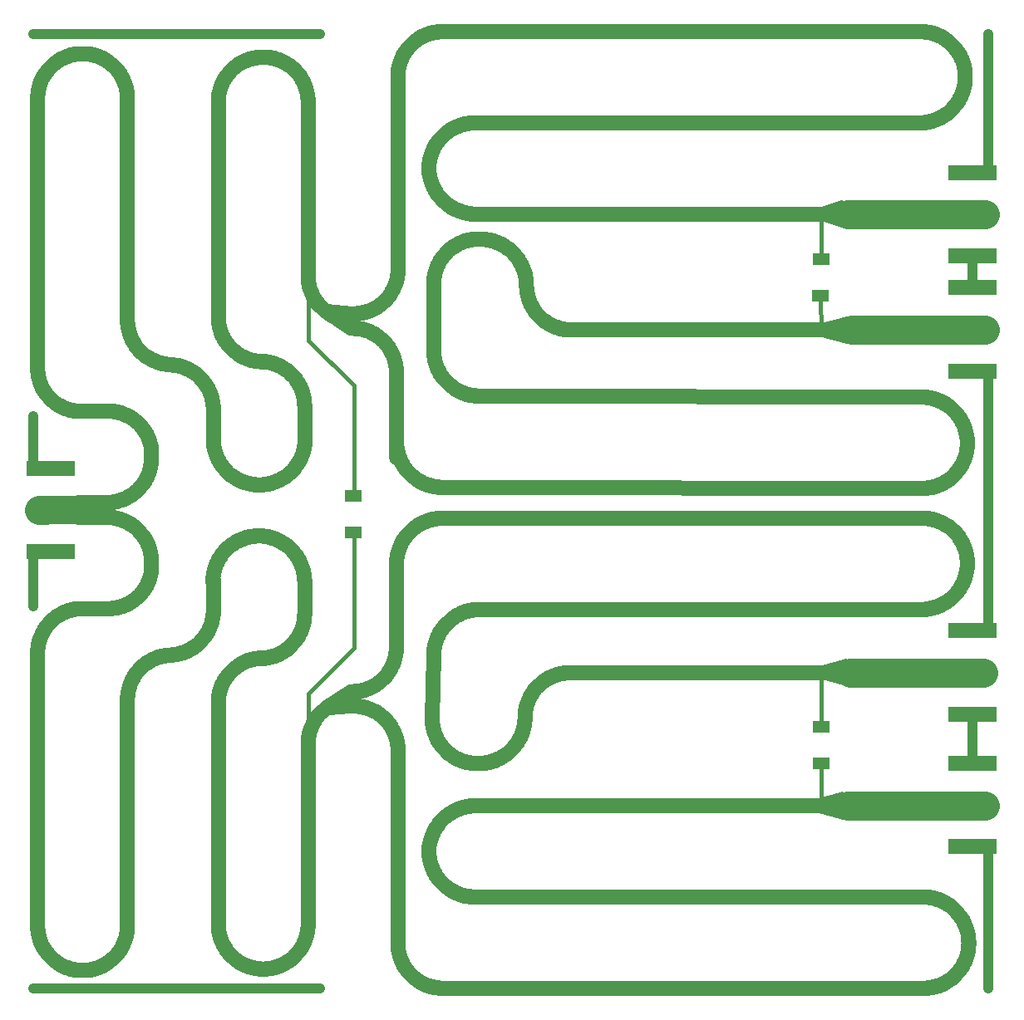
<source format=gbr>
G04 EAGLE Gerber X2 export*
G75*
%MOMM*%
%FSLAX34Y34*%
%LPD*%
%AMOC8*
5,1,8,0,0,1.08239X$1,22.5*%
G01*
%ADD10R,2.362200X1.498600*%
%ADD11R,4.902200X1.600200*%
%ADD12R,1.803400X1.295400*%
%ADD13C,1.536700*%
%ADD14C,0.381000*%
%ADD15C,2.984500*%
%ADD16C,0.914400*%
%ADD17C,1.016000*%

G36*
X344076Y677606D02*
X344076Y677606D01*
X344200Y677606D01*
X344270Y677621D01*
X344342Y677627D01*
X344460Y677661D01*
X344582Y677687D01*
X344647Y677715D01*
X344716Y677735D01*
X344825Y677794D01*
X344939Y677843D01*
X344997Y677885D01*
X345060Y677918D01*
X345155Y677997D01*
X345256Y678069D01*
X345305Y678121D01*
X345360Y678167D01*
X345437Y678264D01*
X345521Y678355D01*
X345558Y678416D01*
X345603Y678472D01*
X345659Y678583D01*
X345723Y678689D01*
X345746Y678756D01*
X345779Y678820D01*
X345811Y678939D01*
X345852Y679056D01*
X345861Y679127D01*
X345880Y679196D01*
X345882Y679282D01*
X345903Y679443D01*
X345890Y679622D01*
X345893Y679710D01*
X344429Y692879D01*
X347352Y705056D01*
X347354Y705070D01*
X347358Y705083D01*
X347379Y705263D01*
X347403Y705442D01*
X347402Y705456D01*
X347404Y705470D01*
X347388Y705651D01*
X347375Y705831D01*
X347371Y705845D01*
X347370Y705859D01*
X347318Y706032D01*
X347269Y706206D01*
X347262Y706218D01*
X347258Y706232D01*
X347172Y706390D01*
X347088Y706551D01*
X347079Y706562D01*
X347072Y706575D01*
X346956Y706712D01*
X346841Y706852D01*
X346830Y706861D01*
X346820Y706872D01*
X346678Y706984D01*
X346537Y707097D01*
X346524Y707104D01*
X346513Y707112D01*
X346351Y707192D01*
X346190Y707275D01*
X346177Y707279D01*
X346164Y707285D01*
X346108Y707297D01*
X345814Y707378D01*
X345722Y707384D01*
X345662Y707397D01*
X304662Y710897D01*
X304651Y710897D01*
X304641Y710899D01*
X304458Y710894D01*
X304272Y710891D01*
X304262Y710888D01*
X304252Y710888D01*
X304073Y710846D01*
X303892Y710805D01*
X303882Y710800D01*
X303872Y710798D01*
X303707Y710720D01*
X303537Y710643D01*
X303529Y710637D01*
X303519Y710632D01*
X303372Y710522D01*
X303223Y710413D01*
X303216Y710405D01*
X303208Y710398D01*
X303085Y710260D01*
X302962Y710123D01*
X302957Y710114D01*
X302950Y710106D01*
X302859Y709946D01*
X302766Y709786D01*
X302762Y709776D01*
X302757Y709767D01*
X302701Y709592D01*
X302642Y709417D01*
X302641Y709406D01*
X302637Y709396D01*
X302618Y709214D01*
X302596Y709030D01*
X302597Y709019D01*
X302596Y709009D01*
X302602Y708963D01*
X302630Y708641D01*
X302655Y708557D01*
X302663Y708499D01*
X305663Y697499D01*
X305677Y697463D01*
X305684Y697426D01*
X305747Y697281D01*
X305803Y697135D01*
X305824Y697103D01*
X305839Y697068D01*
X305930Y696940D01*
X306015Y696808D01*
X306042Y696781D01*
X306064Y696750D01*
X306129Y696693D01*
X306289Y696531D01*
X306394Y696461D01*
X306451Y696411D01*
X332951Y678911D01*
X332958Y678907D01*
X332964Y678903D01*
X333130Y678817D01*
X333296Y678731D01*
X333304Y678729D01*
X333311Y678725D01*
X333347Y678716D01*
X333671Y678624D01*
X333756Y678618D01*
X333811Y678605D01*
X343811Y677605D01*
X343882Y677605D01*
X343953Y677596D01*
X344076Y677606D01*
G37*
G36*
X304604Y290106D02*
X304604Y290106D01*
X304662Y290103D01*
X345662Y293603D01*
X345676Y293605D01*
X345690Y293605D01*
X345868Y293642D01*
X346045Y293675D01*
X346058Y293681D01*
X346072Y293684D01*
X346238Y293755D01*
X346405Y293825D01*
X346417Y293833D01*
X346430Y293838D01*
X346578Y293942D01*
X346727Y294044D01*
X346737Y294054D01*
X346749Y294063D01*
X346872Y294194D01*
X346998Y294324D01*
X347006Y294337D01*
X347015Y294347D01*
X347110Y294501D01*
X347206Y294654D01*
X347211Y294667D01*
X347219Y294680D01*
X347279Y294850D01*
X347343Y295019D01*
X347345Y295033D01*
X347350Y295047D01*
X347374Y295226D01*
X347402Y295404D01*
X347401Y295419D01*
X347403Y295433D01*
X347397Y295489D01*
X347381Y295794D01*
X347358Y295884D01*
X347352Y295944D01*
X344429Y308121D01*
X345893Y321290D01*
X345893Y321361D01*
X345903Y321432D01*
X345895Y321556D01*
X345896Y321680D01*
X345882Y321750D01*
X345877Y321821D01*
X345844Y321940D01*
X345820Y322062D01*
X345792Y322128D01*
X345772Y322196D01*
X345715Y322307D01*
X345667Y322420D01*
X345626Y322479D01*
X345593Y322543D01*
X345515Y322639D01*
X345445Y322741D01*
X345393Y322790D01*
X345348Y322845D01*
X345252Y322924D01*
X345162Y323009D01*
X345101Y323046D01*
X345046Y323092D01*
X344936Y323149D01*
X344830Y323214D01*
X344763Y323238D01*
X344700Y323271D01*
X344580Y323305D01*
X344464Y323347D01*
X344393Y323357D01*
X344324Y323376D01*
X344238Y323380D01*
X344078Y323403D01*
X343899Y323392D01*
X343811Y323395D01*
X333811Y322395D01*
X333803Y322393D01*
X333795Y322393D01*
X333613Y322354D01*
X333429Y322317D01*
X333422Y322313D01*
X333414Y322312D01*
X333381Y322296D01*
X333071Y322162D01*
X333001Y322113D01*
X332951Y322089D01*
X306451Y304589D01*
X306421Y304565D01*
X306388Y304546D01*
X306270Y304441D01*
X306149Y304342D01*
X306125Y304312D01*
X306097Y304287D01*
X306003Y304161D01*
X305904Y304039D01*
X305887Y304005D01*
X305864Y303974D01*
X305830Y303895D01*
X305726Y303692D01*
X305693Y303571D01*
X305663Y303501D01*
X302663Y292501D01*
X302661Y292491D01*
X302657Y292481D01*
X302629Y292299D01*
X302599Y292116D01*
X302600Y292106D01*
X302598Y292096D01*
X302608Y291913D01*
X302615Y291727D01*
X302618Y291717D01*
X302619Y291706D01*
X302665Y291528D01*
X302711Y291349D01*
X302715Y291340D01*
X302718Y291329D01*
X302800Y291164D01*
X302881Y290998D01*
X302887Y290990D01*
X302892Y290981D01*
X303006Y290836D01*
X303118Y290689D01*
X303126Y290683D01*
X303133Y290674D01*
X303274Y290556D01*
X303414Y290436D01*
X303424Y290430D01*
X303431Y290424D01*
X303594Y290336D01*
X303756Y290247D01*
X303765Y290244D01*
X303775Y290239D01*
X303953Y290186D01*
X304128Y290132D01*
X304138Y290131D01*
X304149Y290128D01*
X304195Y290126D01*
X304516Y290096D01*
X304604Y290106D01*
G37*
G36*
X842056Y669801D02*
X842056Y669801D01*
X842063Y669801D01*
X842176Y669827D01*
X842290Y669852D01*
X842296Y669855D01*
X842302Y669857D01*
X842401Y669919D01*
X842501Y669978D01*
X842505Y669983D01*
X842511Y669987D01*
X842585Y670077D01*
X842661Y670165D01*
X842663Y670171D01*
X842668Y670177D01*
X842709Y670284D01*
X842753Y670393D01*
X842754Y670401D01*
X842756Y670406D01*
X842756Y670426D01*
X842771Y670560D01*
X842771Y697230D01*
X842770Y697239D01*
X842770Y697243D01*
X842766Y697264D01*
X842753Y697345D01*
X842736Y697460D01*
X842733Y697466D01*
X842732Y697473D01*
X842678Y697575D01*
X842624Y697679D01*
X842620Y697684D01*
X842616Y697690D01*
X842532Y697770D01*
X842449Y697852D01*
X842443Y697855D01*
X842438Y697860D01*
X842332Y697909D01*
X842228Y697959D01*
X842221Y697960D01*
X842215Y697963D01*
X842100Y697976D01*
X841984Y697991D01*
X841976Y697990D01*
X841971Y697990D01*
X841952Y697986D01*
X841818Y697967D01*
X812608Y690347D01*
X812566Y690328D01*
X812520Y690318D01*
X812454Y690278D01*
X812383Y690247D01*
X812349Y690216D01*
X812309Y690192D01*
X812259Y690133D01*
X812202Y690081D01*
X812179Y690040D01*
X812149Y690005D01*
X812120Y689933D01*
X812083Y689865D01*
X812075Y689820D01*
X812057Y689777D01*
X812042Y689642D01*
X812039Y689623D01*
X812040Y689618D01*
X812039Y689610D01*
X812039Y678180D01*
X812046Y678134D01*
X812044Y678088D01*
X812066Y678014D01*
X812079Y677937D01*
X812100Y677896D01*
X812113Y677852D01*
X812157Y677788D01*
X812194Y677720D01*
X812227Y677688D01*
X812254Y677650D01*
X812316Y677604D01*
X812372Y677551D01*
X812414Y677531D01*
X812451Y677503D01*
X812577Y677455D01*
X812595Y677447D01*
X812600Y677446D01*
X812608Y677443D01*
X841818Y669823D01*
X841934Y669813D01*
X842049Y669800D01*
X842056Y669801D01*
G37*
G36*
X840777Y320550D02*
X840777Y320550D01*
X840779Y320550D01*
X840897Y320575D01*
X841016Y320600D01*
X841018Y320602D01*
X841020Y320602D01*
X841124Y320665D01*
X841228Y320725D01*
X841229Y320727D01*
X841231Y320728D01*
X841310Y320821D01*
X841389Y320911D01*
X841389Y320913D01*
X841391Y320915D01*
X841437Y321030D01*
X841482Y321139D01*
X841482Y321141D01*
X841483Y321143D01*
X841501Y321310D01*
X841501Y347980D01*
X841501Y347982D01*
X841501Y347984D01*
X841500Y347992D01*
X841500Y347993D01*
X841498Y348003D01*
X841481Y348104D01*
X841462Y348223D01*
X841460Y348225D01*
X841460Y348227D01*
X841403Y348333D01*
X841346Y348440D01*
X841345Y348442D01*
X841344Y348444D01*
X841256Y348526D01*
X841168Y348610D01*
X841166Y348610D01*
X841165Y348612D01*
X841055Y348662D01*
X840945Y348713D01*
X840943Y348713D01*
X840941Y348714D01*
X840818Y348727D01*
X840701Y348740D01*
X840698Y348740D01*
X840696Y348740D01*
X840531Y348712D01*
X813861Y341092D01*
X813827Y341076D01*
X813790Y341068D01*
X813716Y341024D01*
X813638Y340987D01*
X813611Y340961D01*
X813579Y340942D01*
X813523Y340876D01*
X813461Y340817D01*
X813444Y340783D01*
X813419Y340755D01*
X813387Y340675D01*
X813347Y340599D01*
X813341Y340562D01*
X813327Y340527D01*
X813309Y340360D01*
X813309Y328930D01*
X813315Y328893D01*
X813312Y328855D01*
X813335Y328772D01*
X813349Y328687D01*
X813366Y328654D01*
X813376Y328618D01*
X813423Y328546D01*
X813464Y328470D01*
X813491Y328444D01*
X813512Y328413D01*
X813580Y328360D01*
X813642Y328301D01*
X813676Y328285D01*
X813706Y328262D01*
X813861Y328198D01*
X840531Y320578D01*
X840533Y320578D01*
X840535Y320577D01*
X840654Y320564D01*
X840775Y320550D01*
X840777Y320550D01*
G37*
G36*
X837221Y184914D02*
X837221Y184914D01*
X837223Y184914D01*
X837341Y184939D01*
X837460Y184964D01*
X837462Y184966D01*
X837464Y184966D01*
X837568Y185029D01*
X837672Y185089D01*
X837673Y185091D01*
X837675Y185092D01*
X837754Y185185D01*
X837833Y185275D01*
X837833Y185277D01*
X837835Y185279D01*
X837881Y185394D01*
X837926Y185503D01*
X837926Y185505D01*
X837927Y185507D01*
X837945Y185674D01*
X837945Y212344D01*
X837945Y212346D01*
X837945Y212348D01*
X837944Y212356D01*
X837944Y212357D01*
X837942Y212367D01*
X837925Y212468D01*
X837906Y212587D01*
X837904Y212589D01*
X837904Y212591D01*
X837847Y212697D01*
X837790Y212804D01*
X837789Y212806D01*
X837788Y212808D01*
X837700Y212890D01*
X837612Y212974D01*
X837610Y212974D01*
X837609Y212976D01*
X837499Y213026D01*
X837389Y213077D01*
X837387Y213077D01*
X837385Y213078D01*
X837262Y213091D01*
X837145Y213104D01*
X837142Y213104D01*
X837140Y213104D01*
X836975Y213076D01*
X810305Y205456D01*
X810271Y205440D01*
X810234Y205432D01*
X810160Y205388D01*
X810082Y205351D01*
X810055Y205325D01*
X810023Y205306D01*
X809967Y205240D01*
X809905Y205181D01*
X809888Y205147D01*
X809863Y205119D01*
X809831Y205039D01*
X809791Y204963D01*
X809785Y204926D01*
X809771Y204891D01*
X809753Y204724D01*
X809753Y193294D01*
X809759Y193257D01*
X809756Y193219D01*
X809779Y193136D01*
X809793Y193051D01*
X809810Y193018D01*
X809820Y192982D01*
X809867Y192910D01*
X809908Y192834D01*
X809935Y192808D01*
X809956Y192777D01*
X810024Y192724D01*
X810086Y192665D01*
X810120Y192649D01*
X810150Y192626D01*
X810305Y192562D01*
X836975Y184942D01*
X836977Y184942D01*
X836979Y184941D01*
X837098Y184928D01*
X837219Y184914D01*
X837221Y184914D01*
G37*
G36*
X836957Y787911D02*
X836957Y787911D01*
X836969Y787910D01*
X837077Y787933D01*
X837186Y787953D01*
X837197Y787959D01*
X837210Y787962D01*
X837305Y788019D01*
X837401Y788072D01*
X837410Y788082D01*
X837421Y788088D01*
X837493Y788172D01*
X837567Y788254D01*
X837573Y788265D01*
X837581Y788275D01*
X837622Y788378D01*
X837667Y788479D01*
X837668Y788491D01*
X837673Y788503D01*
X837691Y788670D01*
X837691Y815340D01*
X837690Y815349D01*
X837690Y815353D01*
X837690Y815356D01*
X837691Y815365D01*
X837669Y815474D01*
X837652Y815583D01*
X837646Y815594D01*
X837643Y815607D01*
X837588Y815703D01*
X837536Y815800D01*
X837527Y815809D01*
X837521Y815820D01*
X837438Y815893D01*
X837358Y815970D01*
X837346Y815975D01*
X837337Y815983D01*
X837235Y816027D01*
X837135Y816073D01*
X837122Y816075D01*
X837111Y816080D01*
X837000Y816088D01*
X836891Y816100D01*
X836878Y816098D01*
X836865Y816099D01*
X836701Y816066D01*
X812571Y808446D01*
X812547Y808434D01*
X812520Y808428D01*
X812437Y808379D01*
X812351Y808335D01*
X812332Y808316D01*
X812309Y808302D01*
X812246Y808229D01*
X812179Y808160D01*
X812167Y808135D01*
X812149Y808115D01*
X812113Y808025D01*
X812071Y807939D01*
X812067Y807912D01*
X812057Y807887D01*
X812039Y807720D01*
X812039Y796290D01*
X812043Y796263D01*
X812041Y796236D01*
X812063Y796143D01*
X812079Y796047D01*
X812091Y796023D01*
X812097Y795997D01*
X812149Y795915D01*
X812194Y795830D01*
X812213Y795811D01*
X812227Y795788D01*
X812302Y795727D01*
X812372Y795661D01*
X812396Y795649D01*
X812417Y795632D01*
X812571Y795564D01*
X836701Y787944D01*
X836713Y787942D01*
X836725Y787937D01*
X836835Y787925D01*
X836944Y787909D01*
X836957Y787911D01*
G37*
D10*
X18442Y500500D03*
D11*
X30291Y457955D03*
X30291Y543045D03*
D10*
X981458Y801800D03*
D11*
X969609Y844345D03*
X969609Y759255D03*
D10*
X981358Y684600D03*
D11*
X969509Y727145D03*
X969509Y642055D03*
D10*
X981158Y199700D03*
D11*
X969309Y242245D03*
X969309Y157155D03*
D10*
X981258Y334900D03*
D11*
X969409Y377445D03*
X969409Y292355D03*
D12*
X338246Y477158D03*
X338500Y514496D03*
X814546Y718858D03*
X814800Y756196D03*
X815046Y242358D03*
X815300Y279696D03*
D13*
X87000Y508000D02*
X26511Y507559D01*
X87000Y508000D02*
X88106Y508007D01*
X89211Y508041D01*
X90315Y508102D01*
X91417Y508189D01*
X92516Y508303D01*
X93613Y508444D01*
X94706Y508611D01*
X95795Y508804D01*
X96878Y509024D01*
X97956Y509269D01*
X99028Y509541D01*
X100093Y509838D01*
X101150Y510162D01*
X102199Y510510D01*
X103240Y510884D01*
X104271Y511283D01*
X105292Y511707D01*
X106303Y512155D01*
X107302Y512627D01*
X108290Y513124D01*
X109265Y513644D01*
X110228Y514188D01*
X111177Y514755D01*
X112113Y515344D01*
X113033Y515956D01*
X113939Y516590D01*
X114829Y517246D01*
X115703Y517923D01*
X116561Y518621D01*
X117401Y519340D01*
X118224Y520078D01*
X119028Y520836D01*
X119814Y521614D01*
X120581Y522410D01*
X121329Y523225D01*
X122056Y524057D01*
X122764Y524907D01*
X123450Y525773D01*
X124116Y526656D01*
X124760Y527555D01*
X125382Y528469D01*
X125982Y529398D01*
X126559Y530341D01*
X127113Y531298D01*
X127644Y532267D01*
X128151Y533250D01*
X128634Y534244D01*
X129094Y535250D01*
X129529Y536266D01*
X129939Y537293D01*
X130324Y538329D01*
X130684Y539375D01*
X131019Y540428D01*
X131328Y541490D01*
X131611Y542558D01*
X131869Y543634D01*
X132100Y544715D01*
X132305Y545801D01*
X132484Y546892D01*
X132637Y547987D01*
X132763Y549086D01*
X132862Y550187D01*
X132935Y551290D01*
X132981Y552395D01*
X133000Y553500D01*
D14*
X814800Y756196D02*
X814800Y797200D01*
X814546Y718858D02*
X814800Y681700D01*
X814802Y681674D01*
X814807Y681648D01*
X814815Y681623D01*
X814827Y681600D01*
X814841Y681578D01*
X814859Y681559D01*
X814878Y681541D01*
X814900Y681527D01*
X814923Y681515D01*
X814948Y681507D01*
X814974Y681502D01*
X815000Y681500D01*
D13*
X62500Y601000D02*
X61436Y600976D01*
X60372Y600978D01*
X59309Y601006D01*
X58246Y601060D01*
X57185Y601140D01*
X56127Y601245D01*
X55071Y601375D01*
X54018Y601531D01*
X52970Y601712D01*
X51926Y601919D01*
X50888Y602151D01*
X49856Y602408D01*
X48830Y602690D01*
X47811Y602996D01*
X46800Y603327D01*
X45797Y603682D01*
X44803Y604062D01*
X43818Y604465D01*
X42844Y604892D01*
X41880Y605342D01*
X40927Y605816D01*
X39987Y606313D01*
X39058Y606832D01*
X38142Y607373D01*
X37239Y607936D01*
X36351Y608521D01*
X35476Y609127D01*
X34617Y609755D01*
X33773Y610402D01*
X32945Y611071D01*
X32133Y611758D01*
X31339Y612466D01*
X30561Y613192D01*
X29801Y613937D01*
X29060Y614700D01*
X28337Y615480D01*
X27633Y616278D01*
X26949Y617093D01*
X26285Y617924D01*
X25640Y618770D01*
X25017Y619632D01*
X24415Y620509D01*
X23833Y621401D01*
X23274Y622306D01*
X22737Y623224D01*
X22222Y624155D01*
X21729Y625098D01*
X21260Y626053D01*
X20814Y627018D01*
X20391Y627995D01*
X19992Y628981D01*
X19617Y629977D01*
X19266Y630981D01*
X18939Y631993D01*
X18637Y633014D01*
X18360Y634041D01*
X18107Y635074D01*
X17880Y636114D01*
X17678Y637158D01*
X17501Y638207D01*
X17350Y639260D01*
X17224Y640317D01*
X17123Y641376D01*
X17049Y642437D01*
X17000Y643500D01*
X92500Y601000D02*
X93562Y600903D01*
X94622Y600780D01*
X95678Y600631D01*
X96730Y600457D01*
X97778Y600257D01*
X98821Y600033D01*
X99858Y599783D01*
X100888Y599508D01*
X101912Y599208D01*
X102928Y598884D01*
X103936Y598535D01*
X104935Y598162D01*
X105925Y597765D01*
X106906Y597344D01*
X107875Y596900D01*
X108834Y596432D01*
X109781Y595941D01*
X110716Y595428D01*
X111638Y594892D01*
X112547Y594334D01*
X113442Y593754D01*
X114323Y593152D01*
X115189Y592530D01*
X116040Y591887D01*
X116875Y591223D01*
X117694Y590540D01*
X118496Y589836D01*
X119281Y589114D01*
X120048Y588373D01*
X120797Y587614D01*
X121528Y586836D01*
X122239Y586042D01*
X122931Y585230D01*
X123603Y584402D01*
X124255Y583558D01*
X124887Y582698D01*
X125497Y581823D01*
X126086Y580934D01*
X126654Y580031D01*
X127200Y579114D01*
X127723Y578185D01*
X128223Y577243D01*
X128701Y576289D01*
X129156Y575324D01*
X129587Y574349D01*
X129994Y573363D01*
X130377Y572368D01*
X130737Y571363D01*
X131072Y570351D01*
X131382Y569330D01*
X131667Y568302D01*
X131928Y567268D01*
X132164Y566228D01*
X132374Y565182D01*
X132559Y564132D01*
X132719Y563077D01*
X132853Y562019D01*
X132961Y560958D01*
X133044Y559894D01*
X133101Y558829D01*
X133132Y557763D01*
X133138Y556696D01*
X133118Y555630D01*
X133072Y554564D01*
X133000Y553500D01*
X108500Y919500D02*
X108493Y920606D01*
X108459Y921711D01*
X108398Y922815D01*
X108311Y923917D01*
X108197Y925016D01*
X108056Y926113D01*
X107889Y927206D01*
X107696Y928295D01*
X107476Y929378D01*
X107231Y930456D01*
X106959Y931528D01*
X106662Y932593D01*
X106338Y933650D01*
X105990Y934699D01*
X105616Y935740D01*
X105217Y936771D01*
X104793Y937792D01*
X104345Y938803D01*
X103873Y939802D01*
X103376Y940790D01*
X102856Y941765D01*
X102312Y942728D01*
X101745Y943677D01*
X101156Y944613D01*
X100544Y945533D01*
X99910Y946439D01*
X99254Y947329D01*
X98577Y948203D01*
X97879Y949061D01*
X97160Y949901D01*
X96422Y950724D01*
X95664Y951528D01*
X94886Y952314D01*
X94090Y953081D01*
X93275Y953829D01*
X92443Y954556D01*
X91593Y955264D01*
X90727Y955950D01*
X89844Y956616D01*
X88945Y957260D01*
X88031Y957882D01*
X87102Y958482D01*
X86159Y959059D01*
X85202Y959613D01*
X84233Y960144D01*
X83250Y960651D01*
X82256Y961134D01*
X81250Y961594D01*
X80234Y962029D01*
X79207Y962439D01*
X78171Y962824D01*
X77125Y963184D01*
X76072Y963519D01*
X75010Y963828D01*
X73942Y964111D01*
X72866Y964369D01*
X71785Y964600D01*
X70699Y964805D01*
X69608Y964984D01*
X68513Y965137D01*
X67414Y965263D01*
X66313Y965362D01*
X65210Y965435D01*
X64105Y965481D01*
X63000Y965500D01*
X108500Y919500D02*
X108500Y694000D01*
X17000Y920000D02*
X17019Y921105D01*
X17065Y922210D01*
X17138Y923313D01*
X17237Y924414D01*
X17363Y925513D01*
X17516Y926608D01*
X17695Y927699D01*
X17900Y928785D01*
X18131Y929866D01*
X18389Y930942D01*
X18672Y932010D01*
X18981Y933072D01*
X19316Y934125D01*
X19676Y935171D01*
X20061Y936207D01*
X20471Y937234D01*
X20906Y938250D01*
X21366Y939256D01*
X21849Y940250D01*
X22356Y941233D01*
X22887Y942202D01*
X23441Y943159D01*
X24018Y944102D01*
X24618Y945031D01*
X25240Y945945D01*
X25884Y946844D01*
X26550Y947727D01*
X27236Y948593D01*
X27944Y949443D01*
X28671Y950275D01*
X29419Y951090D01*
X30186Y951886D01*
X30972Y952664D01*
X31776Y953422D01*
X32599Y954160D01*
X33439Y954879D01*
X34297Y955577D01*
X35171Y956254D01*
X36061Y956910D01*
X36967Y957544D01*
X37887Y958156D01*
X38823Y958745D01*
X39772Y959312D01*
X40735Y959856D01*
X41710Y960376D01*
X42698Y960873D01*
X43697Y961345D01*
X44708Y961793D01*
X45729Y962217D01*
X46760Y962616D01*
X47801Y962990D01*
X48850Y963338D01*
X49907Y963662D01*
X50972Y963959D01*
X52044Y964231D01*
X53122Y964476D01*
X54205Y964696D01*
X55294Y964889D01*
X56387Y965056D01*
X57484Y965197D01*
X58583Y965311D01*
X59685Y965398D01*
X60789Y965459D01*
X61894Y965493D01*
X63000Y965500D01*
X150500Y648500D02*
X151605Y648481D01*
X152710Y648435D01*
X153813Y648362D01*
X154914Y648263D01*
X156013Y648137D01*
X157108Y647984D01*
X158199Y647805D01*
X159285Y647600D01*
X160366Y647369D01*
X161442Y647111D01*
X162510Y646828D01*
X163572Y646519D01*
X164625Y646184D01*
X165671Y645824D01*
X166707Y645439D01*
X167734Y645029D01*
X168750Y644594D01*
X169756Y644134D01*
X170750Y643651D01*
X171733Y643144D01*
X172702Y642613D01*
X173659Y642059D01*
X174602Y641482D01*
X175531Y640882D01*
X176445Y640260D01*
X177344Y639616D01*
X178227Y638950D01*
X179093Y638264D01*
X179943Y637556D01*
X180775Y636829D01*
X181590Y636081D01*
X182386Y635314D01*
X183164Y634528D01*
X183922Y633724D01*
X184660Y632901D01*
X185379Y632061D01*
X186077Y631203D01*
X186754Y630329D01*
X187410Y629439D01*
X188044Y628533D01*
X188656Y627613D01*
X189245Y626677D01*
X189812Y625728D01*
X190356Y624765D01*
X190876Y623790D01*
X191373Y622802D01*
X191845Y621803D01*
X192293Y620792D01*
X192717Y619771D01*
X193116Y618740D01*
X193490Y617699D01*
X193838Y616650D01*
X194162Y615593D01*
X194459Y614528D01*
X194731Y613456D01*
X194976Y612378D01*
X195196Y611295D01*
X195389Y610206D01*
X195556Y609113D01*
X195697Y608016D01*
X195811Y606917D01*
X195898Y605815D01*
X195959Y604711D01*
X195993Y603606D01*
X196000Y602500D01*
X196000Y573000D02*
X196014Y571864D01*
X196055Y570729D01*
X196123Y569596D01*
X196219Y568464D01*
X196343Y567335D01*
X196493Y566209D01*
X196671Y565087D01*
X196876Y563970D01*
X197107Y562858D01*
X197366Y561752D01*
X197651Y560653D01*
X197962Y559561D01*
X198300Y558476D01*
X198664Y557400D01*
X199054Y556334D01*
X199470Y555277D01*
X199911Y554230D01*
X200377Y553194D01*
X200868Y552170D01*
X201384Y551158D01*
X201924Y550159D01*
X202487Y549173D01*
X203075Y548201D01*
X203686Y547243D01*
X204320Y546301D01*
X204976Y545374D01*
X205655Y544463D01*
X206355Y543569D01*
X207077Y542692D01*
X207820Y541833D01*
X208583Y540992D01*
X209367Y540170D01*
X210170Y539367D01*
X210992Y538583D01*
X211833Y537820D01*
X212692Y537077D01*
X213569Y536355D01*
X214463Y535655D01*
X215374Y534976D01*
X216301Y534320D01*
X217243Y533686D01*
X218201Y533075D01*
X219173Y532487D01*
X220159Y531924D01*
X221158Y531384D01*
X222170Y530868D01*
X223194Y530377D01*
X224230Y529911D01*
X225277Y529470D01*
X226334Y529054D01*
X227400Y528664D01*
X228476Y528300D01*
X229561Y527962D01*
X230653Y527651D01*
X231752Y527366D01*
X232858Y527107D01*
X233970Y526876D01*
X235087Y526671D01*
X236209Y526493D01*
X237335Y526343D01*
X238464Y526219D01*
X239596Y526123D01*
X240729Y526055D01*
X241864Y526014D01*
X243000Y526000D01*
X244136Y526025D01*
X245270Y526079D01*
X246403Y526159D01*
X247534Y526267D01*
X248662Y526403D01*
X249786Y526565D01*
X250906Y526755D01*
X252021Y526971D01*
X253130Y527215D01*
X254233Y527485D01*
X255330Y527782D01*
X256419Y528105D01*
X257499Y528455D01*
X258571Y528830D01*
X259634Y529231D01*
X260687Y529658D01*
X261729Y530110D01*
X262759Y530587D01*
X263778Y531089D01*
X264785Y531616D01*
X265778Y532166D01*
X266758Y532741D01*
X267724Y533339D01*
X268675Y533960D01*
X269611Y534604D01*
X270531Y535270D01*
X271434Y535958D01*
X272321Y536668D01*
X273190Y537399D01*
X274041Y538151D01*
X274874Y538924D01*
X275688Y539716D01*
X276483Y540528D01*
X277257Y541358D01*
X278012Y542207D01*
X278746Y543074D01*
X279458Y543959D01*
X280149Y544860D01*
X280818Y545778D01*
X281465Y546712D01*
X282088Y547661D01*
X282689Y548625D01*
X283266Y549604D01*
X283820Y550596D01*
X284349Y551601D01*
X284854Y552618D01*
X285334Y553647D01*
X285789Y554688D01*
X286219Y555740D01*
X286623Y556801D01*
X287002Y557872D01*
X287354Y558952D01*
X287681Y560040D01*
X287981Y561135D01*
X288254Y562238D01*
X288501Y563346D01*
X288721Y564461D01*
X288914Y565580D01*
X289079Y566704D01*
X289218Y567831D01*
X289329Y568961D01*
X289413Y570094D01*
X289470Y571229D01*
X289499Y572364D01*
X289500Y573500D01*
X289000Y606000D02*
X288993Y607106D01*
X288959Y608211D01*
X288898Y609315D01*
X288811Y610417D01*
X288697Y611516D01*
X288556Y612613D01*
X288389Y613706D01*
X288196Y614795D01*
X287976Y615878D01*
X287731Y616956D01*
X287459Y618028D01*
X287162Y619093D01*
X286838Y620150D01*
X286490Y621199D01*
X286116Y622240D01*
X285717Y623271D01*
X285293Y624292D01*
X284845Y625303D01*
X284373Y626302D01*
X283876Y627290D01*
X283356Y628265D01*
X282812Y629228D01*
X282245Y630177D01*
X281656Y631113D01*
X281044Y632033D01*
X280410Y632939D01*
X279754Y633829D01*
X279077Y634703D01*
X278379Y635561D01*
X277660Y636401D01*
X276922Y637224D01*
X276164Y638028D01*
X275386Y638814D01*
X274590Y639581D01*
X273775Y640329D01*
X272943Y641056D01*
X272093Y641764D01*
X271227Y642450D01*
X270344Y643116D01*
X269445Y643760D01*
X268531Y644382D01*
X267602Y644982D01*
X266659Y645559D01*
X265702Y646113D01*
X264733Y646644D01*
X263750Y647151D01*
X262756Y647634D01*
X261750Y648094D01*
X260734Y648529D01*
X259707Y648939D01*
X258671Y649324D01*
X257625Y649684D01*
X256572Y650019D01*
X255510Y650328D01*
X254442Y650611D01*
X253366Y650869D01*
X252285Y651100D01*
X251199Y651305D01*
X250108Y651484D01*
X249013Y651637D01*
X247914Y651763D01*
X246813Y651862D01*
X245710Y651935D01*
X244605Y651981D01*
X243500Y652000D01*
X246500Y651500D02*
X245395Y651519D01*
X244290Y651565D01*
X243187Y651638D01*
X242086Y651737D01*
X240987Y651863D01*
X239892Y652016D01*
X238801Y652195D01*
X237715Y652400D01*
X236634Y652631D01*
X235558Y652889D01*
X234490Y653172D01*
X233428Y653481D01*
X232375Y653816D01*
X231329Y654176D01*
X230293Y654561D01*
X229266Y654971D01*
X228250Y655406D01*
X227244Y655866D01*
X226250Y656349D01*
X225267Y656856D01*
X224298Y657387D01*
X223341Y657941D01*
X222398Y658518D01*
X221469Y659118D01*
X220555Y659740D01*
X219656Y660384D01*
X218773Y661050D01*
X217907Y661736D01*
X217057Y662444D01*
X216225Y663171D01*
X215410Y663919D01*
X214614Y664686D01*
X213836Y665472D01*
X213078Y666276D01*
X212340Y667099D01*
X211621Y667939D01*
X210923Y668797D01*
X210246Y669671D01*
X209590Y670561D01*
X208956Y671467D01*
X208344Y672387D01*
X207755Y673323D01*
X207188Y674272D01*
X206644Y675235D01*
X206124Y676210D01*
X205627Y677198D01*
X205155Y678197D01*
X204707Y679208D01*
X204283Y680229D01*
X203884Y681260D01*
X203510Y682301D01*
X203162Y683350D01*
X202838Y684407D01*
X202541Y685472D01*
X202269Y686544D01*
X202024Y687622D01*
X201804Y688705D01*
X201611Y689794D01*
X201444Y690887D01*
X201303Y691984D01*
X201189Y693083D01*
X201102Y694185D01*
X201041Y695289D01*
X201007Y696394D01*
X201000Y697500D01*
X201000Y916500D02*
X201019Y917605D01*
X201065Y918710D01*
X201138Y919813D01*
X201237Y920914D01*
X201363Y922013D01*
X201516Y923108D01*
X201695Y924199D01*
X201900Y925285D01*
X202131Y926366D01*
X202389Y927442D01*
X202672Y928510D01*
X202981Y929572D01*
X203316Y930625D01*
X203676Y931671D01*
X204061Y932707D01*
X204471Y933734D01*
X204906Y934750D01*
X205366Y935756D01*
X205849Y936750D01*
X206356Y937733D01*
X206887Y938702D01*
X207441Y939659D01*
X208018Y940602D01*
X208618Y941531D01*
X209240Y942445D01*
X209884Y943344D01*
X210550Y944227D01*
X211236Y945093D01*
X211944Y945943D01*
X212671Y946775D01*
X213419Y947590D01*
X214186Y948386D01*
X214972Y949164D01*
X215776Y949922D01*
X216599Y950660D01*
X217439Y951379D01*
X218297Y952077D01*
X219171Y952754D01*
X220061Y953410D01*
X220967Y954044D01*
X221887Y954656D01*
X222823Y955245D01*
X223772Y955812D01*
X224735Y956356D01*
X225710Y956876D01*
X226698Y957373D01*
X227697Y957845D01*
X228708Y958293D01*
X229729Y958717D01*
X230760Y959116D01*
X231801Y959490D01*
X232850Y959838D01*
X233907Y960162D01*
X234972Y960459D01*
X236044Y960731D01*
X237122Y960976D01*
X238205Y961196D01*
X239294Y961389D01*
X240387Y961556D01*
X241484Y961697D01*
X242583Y961811D01*
X243685Y961898D01*
X244789Y961959D01*
X245894Y961993D01*
X247000Y962000D01*
X248105Y961981D01*
X249210Y961935D01*
X250313Y961862D01*
X251414Y961763D01*
X252513Y961637D01*
X253608Y961484D01*
X254699Y961305D01*
X255785Y961100D01*
X256866Y960869D01*
X257942Y960611D01*
X259010Y960328D01*
X260072Y960019D01*
X261125Y959684D01*
X262171Y959324D01*
X263207Y958939D01*
X264234Y958529D01*
X265250Y958094D01*
X266256Y957634D01*
X267250Y957151D01*
X268233Y956644D01*
X269202Y956113D01*
X270159Y955559D01*
X271102Y954982D01*
X272031Y954382D01*
X272945Y953760D01*
X273844Y953116D01*
X274727Y952450D01*
X275593Y951764D01*
X276443Y951056D01*
X277275Y950329D01*
X278090Y949581D01*
X278886Y948814D01*
X279664Y948028D01*
X280422Y947224D01*
X281160Y946401D01*
X281879Y945561D01*
X282577Y944703D01*
X283254Y943829D01*
X283910Y942939D01*
X284544Y942033D01*
X285156Y941113D01*
X285745Y940177D01*
X286312Y939228D01*
X286856Y938265D01*
X287376Y937290D01*
X287873Y936302D01*
X288345Y935303D01*
X288793Y934292D01*
X289217Y933271D01*
X289616Y932240D01*
X289990Y931199D01*
X290338Y930150D01*
X290662Y929093D01*
X290959Y928028D01*
X291231Y926956D01*
X291476Y925878D01*
X291696Y924795D01*
X291889Y923706D01*
X292056Y922613D01*
X292197Y921516D01*
X292311Y920417D01*
X292398Y919315D01*
X292459Y918211D01*
X292493Y917106D01*
X292500Y916000D01*
X292500Y739500D01*
X338000Y700500D02*
X339088Y700489D01*
X340175Y700504D01*
X341262Y700546D01*
X342348Y700614D01*
X343431Y700708D01*
X344512Y700828D01*
X345590Y700974D01*
X346664Y701146D01*
X347734Y701344D01*
X348798Y701568D01*
X349857Y701818D01*
X350909Y702093D01*
X351955Y702394D01*
X352993Y702719D01*
X354022Y703070D01*
X355043Y703445D01*
X356055Y703845D01*
X357056Y704269D01*
X358047Y704718D01*
X359027Y705190D01*
X359995Y705686D01*
X360951Y706205D01*
X361894Y706746D01*
X362824Y707311D01*
X363740Y707898D01*
X364641Y708507D01*
X365528Y709137D01*
X366399Y709789D01*
X367254Y710461D01*
X368092Y711154D01*
X368913Y711867D01*
X369717Y712600D01*
X370503Y713351D01*
X371271Y714122D01*
X372020Y714911D01*
X372749Y715718D01*
X373459Y716542D01*
X374149Y717383D01*
X374818Y718241D01*
X375466Y719114D01*
X376093Y720003D01*
X376698Y720907D01*
X377282Y721825D01*
X377842Y722757D01*
X378381Y723702D01*
X378896Y724660D01*
X379388Y725630D01*
X379856Y726612D01*
X380301Y727605D01*
X380721Y728608D01*
X381117Y729621D01*
X381488Y730643D01*
X381835Y731674D01*
X382157Y732713D01*
X382453Y733760D01*
X382724Y734813D01*
X382969Y735873D01*
X383189Y736938D01*
X383383Y738009D01*
X383551Y739083D01*
X383693Y740162D01*
X383809Y741243D01*
X383899Y742327D01*
X383963Y743413D01*
X384000Y744500D01*
X337000Y686000D02*
X338105Y685981D01*
X339210Y685935D01*
X340313Y685862D01*
X341414Y685763D01*
X342513Y685637D01*
X343608Y685484D01*
X344699Y685305D01*
X345785Y685100D01*
X346866Y684869D01*
X347942Y684611D01*
X349010Y684328D01*
X350072Y684019D01*
X351125Y683684D01*
X352171Y683324D01*
X353207Y682939D01*
X354234Y682529D01*
X355250Y682094D01*
X356256Y681634D01*
X357250Y681151D01*
X358233Y680644D01*
X359202Y680113D01*
X360159Y679559D01*
X361102Y678982D01*
X362031Y678382D01*
X362945Y677760D01*
X363844Y677116D01*
X364727Y676450D01*
X365593Y675764D01*
X366443Y675056D01*
X367275Y674329D01*
X368090Y673581D01*
X368886Y672814D01*
X369664Y672028D01*
X370422Y671224D01*
X371160Y670401D01*
X371879Y669561D01*
X372577Y668703D01*
X373254Y667829D01*
X373910Y666939D01*
X374544Y666033D01*
X375156Y665113D01*
X375745Y664177D01*
X376312Y663228D01*
X376856Y662265D01*
X377376Y661290D01*
X377873Y660302D01*
X378345Y659303D01*
X378793Y658292D01*
X379217Y657271D01*
X379616Y656240D01*
X379990Y655199D01*
X380338Y654150D01*
X380662Y653093D01*
X380959Y652028D01*
X381231Y650956D01*
X381476Y649878D01*
X381696Y648795D01*
X381889Y647706D01*
X382056Y646613D01*
X382197Y645516D01*
X382311Y644417D01*
X382398Y643315D01*
X382459Y642211D01*
X382493Y641106D01*
X382500Y640000D01*
X382500Y554000D01*
X384000Y942000D02*
X384007Y943106D01*
X384041Y944211D01*
X384102Y945315D01*
X384189Y946417D01*
X384303Y947516D01*
X384444Y948613D01*
X384611Y949706D01*
X384804Y950795D01*
X385024Y951878D01*
X385269Y952956D01*
X385541Y954028D01*
X385838Y955093D01*
X386162Y956150D01*
X386510Y957199D01*
X386884Y958240D01*
X387283Y959271D01*
X387707Y960292D01*
X388155Y961303D01*
X388627Y962302D01*
X389124Y963290D01*
X389644Y964265D01*
X390188Y965228D01*
X390755Y966177D01*
X391344Y967113D01*
X391956Y968033D01*
X392590Y968939D01*
X393246Y969829D01*
X393923Y970703D01*
X394621Y971561D01*
X395340Y972401D01*
X396078Y973224D01*
X396836Y974028D01*
X397614Y974814D01*
X398410Y975581D01*
X399225Y976329D01*
X400057Y977056D01*
X400907Y977764D01*
X401773Y978450D01*
X402656Y979116D01*
X403555Y979760D01*
X404469Y980382D01*
X405398Y980982D01*
X406341Y981559D01*
X407298Y982113D01*
X408267Y982644D01*
X409250Y983151D01*
X410244Y983634D01*
X411250Y984094D01*
X412266Y984529D01*
X413293Y984939D01*
X414329Y985324D01*
X415375Y985684D01*
X416428Y986019D01*
X417490Y986328D01*
X418558Y986611D01*
X419634Y986869D01*
X420715Y987100D01*
X421801Y987305D01*
X422892Y987484D01*
X423987Y987637D01*
X425086Y987763D01*
X426187Y987862D01*
X427290Y987935D01*
X428395Y987981D01*
X429500Y988000D01*
X384000Y942000D02*
X384000Y742500D01*
X429500Y988000D02*
X916500Y988000D01*
X917605Y987981D01*
X918710Y987935D01*
X919813Y987862D01*
X920914Y987763D01*
X922013Y987637D01*
X923108Y987484D01*
X924199Y987305D01*
X925285Y987100D01*
X926366Y986869D01*
X927442Y986611D01*
X928510Y986328D01*
X929572Y986019D01*
X930625Y985684D01*
X931671Y985324D01*
X932707Y984939D01*
X933734Y984529D01*
X934750Y984094D01*
X935756Y983634D01*
X936750Y983151D01*
X937733Y982644D01*
X938702Y982113D01*
X939659Y981559D01*
X940602Y980982D01*
X941531Y980382D01*
X942445Y979760D01*
X943344Y979116D01*
X944227Y978450D01*
X945093Y977764D01*
X945943Y977056D01*
X946775Y976329D01*
X947590Y975581D01*
X948386Y974814D01*
X949164Y974028D01*
X949922Y973224D01*
X950660Y972401D01*
X951379Y971561D01*
X952077Y970703D01*
X952754Y969829D01*
X953410Y968939D01*
X954044Y968033D01*
X954656Y967113D01*
X955245Y966177D01*
X955812Y965228D01*
X956356Y964265D01*
X956876Y963290D01*
X957373Y962302D01*
X957845Y961303D01*
X958293Y960292D01*
X958717Y959271D01*
X959116Y958240D01*
X959490Y957199D01*
X959838Y956150D01*
X960162Y955093D01*
X960459Y954028D01*
X960731Y952956D01*
X960976Y951878D01*
X961196Y950795D01*
X961389Y949706D01*
X961556Y948613D01*
X961697Y947516D01*
X961811Y946417D01*
X961898Y945315D01*
X961959Y944211D01*
X961993Y943106D01*
X962000Y942000D01*
X961986Y940864D01*
X961945Y939729D01*
X961877Y938596D01*
X961781Y937464D01*
X961657Y936335D01*
X961507Y935209D01*
X961329Y934087D01*
X961124Y932970D01*
X960893Y931858D01*
X960634Y930752D01*
X960349Y929653D01*
X960038Y928561D01*
X959700Y927476D01*
X959336Y926400D01*
X958946Y925334D01*
X958530Y924277D01*
X958089Y923230D01*
X957623Y922194D01*
X957132Y921170D01*
X956616Y920158D01*
X956076Y919159D01*
X955513Y918173D01*
X954925Y917201D01*
X954314Y916243D01*
X953680Y915301D01*
X953024Y914374D01*
X952345Y913463D01*
X951645Y912569D01*
X950923Y911692D01*
X950180Y910833D01*
X949417Y909992D01*
X948633Y909170D01*
X947830Y908367D01*
X947008Y907583D01*
X946167Y906820D01*
X945308Y906077D01*
X944431Y905355D01*
X943537Y904655D01*
X942626Y903976D01*
X941699Y903320D01*
X940757Y902686D01*
X939799Y902075D01*
X938827Y901487D01*
X937841Y900924D01*
X936842Y900384D01*
X935830Y899868D01*
X934806Y899377D01*
X933770Y898911D01*
X932723Y898470D01*
X931666Y898054D01*
X930600Y897664D01*
X929524Y897300D01*
X928439Y896962D01*
X927347Y896651D01*
X926248Y896366D01*
X925142Y896107D01*
X924030Y895876D01*
X922913Y895671D01*
X921791Y895493D01*
X920665Y895343D01*
X919536Y895219D01*
X918404Y895123D01*
X917271Y895055D01*
X916136Y895014D01*
X915000Y895000D01*
X461500Y895000D01*
X462500Y895000D02*
X461364Y894986D01*
X460229Y894945D01*
X459096Y894877D01*
X457964Y894781D01*
X456835Y894657D01*
X455709Y894507D01*
X454587Y894329D01*
X453470Y894124D01*
X452358Y893893D01*
X451252Y893634D01*
X450153Y893349D01*
X449061Y893038D01*
X447976Y892700D01*
X446900Y892336D01*
X445834Y891946D01*
X444777Y891530D01*
X443730Y891089D01*
X442694Y890623D01*
X441670Y890132D01*
X440658Y889616D01*
X439659Y889076D01*
X438673Y888513D01*
X437701Y887925D01*
X436743Y887314D01*
X435801Y886680D01*
X434874Y886024D01*
X433963Y885345D01*
X433069Y884645D01*
X432192Y883923D01*
X431333Y883180D01*
X430492Y882417D01*
X429670Y881633D01*
X428867Y880830D01*
X428083Y880008D01*
X427320Y879167D01*
X426577Y878308D01*
X425855Y877431D01*
X425155Y876537D01*
X424476Y875626D01*
X423820Y874699D01*
X423186Y873757D01*
X422575Y872799D01*
X421987Y871827D01*
X421424Y870841D01*
X420884Y869842D01*
X420368Y868830D01*
X419877Y867806D01*
X419411Y866770D01*
X418970Y865723D01*
X418554Y864666D01*
X418164Y863600D01*
X417800Y862524D01*
X417462Y861439D01*
X417151Y860347D01*
X416866Y859248D01*
X416607Y858142D01*
X416376Y857030D01*
X416171Y855913D01*
X415993Y854791D01*
X415843Y853665D01*
X415719Y852536D01*
X415623Y851404D01*
X415555Y850271D01*
X415514Y849136D01*
X415500Y848000D01*
X415570Y846817D01*
X415669Y845635D01*
X415797Y844457D01*
X415953Y843282D01*
X416139Y842111D01*
X416353Y840945D01*
X416595Y839784D01*
X416866Y838630D01*
X417166Y837483D01*
X417493Y836344D01*
X417848Y835213D01*
X418231Y834091D01*
X418641Y832979D01*
X419079Y831877D01*
X419543Y830786D01*
X420034Y829707D01*
X420552Y828640D01*
X421095Y827587D01*
X421664Y826547D01*
X422258Y825521D01*
X422878Y824510D01*
X423522Y823515D01*
X424190Y822536D01*
X424882Y821573D01*
X425597Y820628D01*
X426336Y819701D01*
X427097Y818792D01*
X427880Y817902D01*
X428685Y817031D01*
X429510Y816180D01*
X430357Y815350D01*
X431223Y814541D01*
X432110Y813754D01*
X433015Y812988D01*
X433938Y812245D01*
X434880Y811525D01*
X435839Y810828D01*
X436815Y810155D01*
X437807Y809506D01*
X438815Y808882D01*
X439837Y808282D01*
X440875Y807708D01*
X441926Y807160D01*
X442990Y806637D01*
X444066Y806141D01*
X445155Y805671D01*
X446254Y805228D01*
X447364Y804812D01*
X448484Y804424D01*
X449614Y804063D01*
X450751Y803730D01*
X451897Y803425D01*
X453050Y803148D01*
X454209Y802900D01*
X455374Y802680D01*
X456544Y802489D01*
X457718Y802326D01*
X458896Y802193D01*
X460077Y802088D01*
X461260Y802012D01*
X462444Y801966D01*
X463630Y801948D01*
X464815Y801960D01*
X466000Y802000D01*
X842000Y802000D01*
X429500Y523500D02*
X428364Y523514D01*
X427229Y523555D01*
X426096Y523623D01*
X424964Y523719D01*
X423835Y523843D01*
X422709Y523993D01*
X421587Y524171D01*
X420470Y524376D01*
X419358Y524607D01*
X418252Y524866D01*
X417153Y525151D01*
X416061Y525462D01*
X414976Y525800D01*
X413900Y526164D01*
X412834Y526554D01*
X411777Y526970D01*
X410730Y527411D01*
X409694Y527877D01*
X408670Y528368D01*
X407658Y528884D01*
X406659Y529424D01*
X405673Y529987D01*
X404701Y530575D01*
X403743Y531186D01*
X402801Y531820D01*
X401874Y532476D01*
X400963Y533155D01*
X400069Y533855D01*
X399192Y534577D01*
X398333Y535320D01*
X397492Y536083D01*
X396670Y536867D01*
X395867Y537670D01*
X395083Y538492D01*
X394320Y539333D01*
X393577Y540192D01*
X392855Y541069D01*
X392155Y541963D01*
X391476Y542874D01*
X390820Y543801D01*
X390186Y544743D01*
X389575Y545701D01*
X388987Y546673D01*
X388424Y547659D01*
X387884Y548658D01*
X387368Y549670D01*
X386877Y550694D01*
X386411Y551730D01*
X385970Y552777D01*
X385554Y553834D01*
X385164Y554900D01*
X384800Y555976D01*
X384462Y557061D01*
X384151Y558153D01*
X383866Y559252D01*
X383607Y560358D01*
X383376Y561470D01*
X383171Y562587D01*
X382993Y563709D01*
X382843Y564835D01*
X382719Y565964D01*
X382623Y567096D01*
X382555Y568229D01*
X382514Y569364D01*
X382500Y570500D01*
X431000Y523500D02*
X918500Y522500D01*
X919605Y522519D01*
X920710Y522565D01*
X921813Y522638D01*
X922914Y522737D01*
X924013Y522863D01*
X925108Y523016D01*
X926199Y523195D01*
X927285Y523400D01*
X928366Y523631D01*
X929442Y523889D01*
X930510Y524172D01*
X931572Y524481D01*
X932625Y524816D01*
X933671Y525176D01*
X934707Y525561D01*
X935734Y525971D01*
X936750Y526406D01*
X937756Y526866D01*
X938750Y527349D01*
X939733Y527856D01*
X940702Y528387D01*
X941659Y528941D01*
X942602Y529518D01*
X943531Y530118D01*
X944445Y530740D01*
X945344Y531384D01*
X946227Y532050D01*
X947093Y532736D01*
X947943Y533444D01*
X948775Y534171D01*
X949590Y534919D01*
X950386Y535686D01*
X951164Y536472D01*
X951922Y537276D01*
X952660Y538099D01*
X953379Y538939D01*
X954077Y539797D01*
X954754Y540671D01*
X955410Y541561D01*
X956044Y542467D01*
X956656Y543387D01*
X957245Y544323D01*
X957812Y545272D01*
X958356Y546235D01*
X958876Y547210D01*
X959373Y548198D01*
X959845Y549197D01*
X960293Y550208D01*
X960717Y551229D01*
X961116Y552260D01*
X961490Y553301D01*
X961838Y554350D01*
X962162Y555407D01*
X962459Y556472D01*
X962731Y557544D01*
X962976Y558622D01*
X963196Y559705D01*
X963389Y560794D01*
X963556Y561887D01*
X963697Y562984D01*
X963811Y564083D01*
X963898Y565185D01*
X963959Y566289D01*
X963993Y567394D01*
X964000Y568500D01*
X963986Y569636D01*
X963945Y570771D01*
X963877Y571904D01*
X963781Y573036D01*
X963657Y574165D01*
X963507Y575291D01*
X963329Y576413D01*
X963124Y577530D01*
X962893Y578642D01*
X962634Y579748D01*
X962349Y580847D01*
X962038Y581939D01*
X961700Y583024D01*
X961336Y584100D01*
X960946Y585166D01*
X960530Y586223D01*
X960089Y587270D01*
X959623Y588306D01*
X959132Y589330D01*
X958616Y590342D01*
X958076Y591341D01*
X957513Y592327D01*
X956925Y593299D01*
X956314Y594257D01*
X955680Y595199D01*
X955024Y596126D01*
X954345Y597037D01*
X953645Y597931D01*
X952923Y598808D01*
X952180Y599667D01*
X951417Y600508D01*
X950633Y601330D01*
X949830Y602133D01*
X949008Y602917D01*
X948167Y603680D01*
X947308Y604423D01*
X946431Y605145D01*
X945537Y605845D01*
X944626Y606524D01*
X943699Y607180D01*
X942757Y607814D01*
X941799Y608425D01*
X940827Y609013D01*
X939841Y609576D01*
X938842Y610116D01*
X937830Y610632D01*
X936806Y611123D01*
X935770Y611589D01*
X934723Y612030D01*
X933666Y612446D01*
X932600Y612836D01*
X931524Y613200D01*
X930439Y613538D01*
X929347Y613849D01*
X928248Y614134D01*
X927142Y614393D01*
X926030Y614624D01*
X924913Y614829D01*
X923791Y615007D01*
X922665Y615157D01*
X921536Y615281D01*
X920404Y615377D01*
X919271Y615445D01*
X918136Y615486D01*
X917000Y615500D01*
X463000Y616500D01*
X467500Y616500D02*
X466364Y616514D01*
X465229Y616555D01*
X464096Y616623D01*
X462964Y616719D01*
X461835Y616843D01*
X460709Y616993D01*
X459587Y617171D01*
X458470Y617376D01*
X457358Y617607D01*
X456252Y617866D01*
X455153Y618151D01*
X454061Y618462D01*
X452976Y618800D01*
X451900Y619164D01*
X450834Y619554D01*
X449777Y619970D01*
X448730Y620411D01*
X447694Y620877D01*
X446670Y621368D01*
X445658Y621884D01*
X444659Y622424D01*
X443673Y622987D01*
X442701Y623575D01*
X441743Y624186D01*
X440801Y624820D01*
X439874Y625476D01*
X438963Y626155D01*
X438069Y626855D01*
X437192Y627577D01*
X436333Y628320D01*
X435492Y629083D01*
X434670Y629867D01*
X433867Y630670D01*
X433083Y631492D01*
X432320Y632333D01*
X431577Y633192D01*
X430855Y634069D01*
X430155Y634963D01*
X429476Y635874D01*
X428820Y636801D01*
X428186Y637743D01*
X427575Y638701D01*
X426987Y639673D01*
X426424Y640659D01*
X425884Y641658D01*
X425368Y642670D01*
X424877Y643694D01*
X424411Y644730D01*
X423970Y645777D01*
X423554Y646834D01*
X423164Y647900D01*
X422800Y648976D01*
X422462Y650061D01*
X422151Y651153D01*
X421866Y652252D01*
X421607Y653358D01*
X421376Y654470D01*
X421171Y655587D01*
X420993Y656709D01*
X420843Y657835D01*
X420719Y658964D01*
X420623Y660096D01*
X420555Y661229D01*
X420514Y662364D01*
X420500Y663500D01*
X420500Y731000D01*
X420519Y732105D01*
X420565Y733210D01*
X420638Y734313D01*
X420737Y735414D01*
X420863Y736513D01*
X421016Y737608D01*
X421195Y738699D01*
X421400Y739785D01*
X421631Y740866D01*
X421889Y741942D01*
X422172Y743010D01*
X422481Y744072D01*
X422816Y745125D01*
X423176Y746171D01*
X423561Y747207D01*
X423971Y748234D01*
X424406Y749250D01*
X424866Y750256D01*
X425349Y751250D01*
X425856Y752233D01*
X426387Y753202D01*
X426941Y754159D01*
X427518Y755102D01*
X428118Y756031D01*
X428740Y756945D01*
X429384Y757844D01*
X430050Y758727D01*
X430736Y759593D01*
X431444Y760443D01*
X432171Y761275D01*
X432919Y762090D01*
X433686Y762886D01*
X434472Y763664D01*
X435276Y764422D01*
X436099Y765160D01*
X436939Y765879D01*
X437797Y766577D01*
X438671Y767254D01*
X439561Y767910D01*
X440467Y768544D01*
X441387Y769156D01*
X442323Y769745D01*
X443272Y770312D01*
X444235Y770856D01*
X445210Y771376D01*
X446198Y771873D01*
X447197Y772345D01*
X448208Y772793D01*
X449229Y773217D01*
X450260Y773616D01*
X451301Y773990D01*
X452350Y774338D01*
X453407Y774662D01*
X454472Y774959D01*
X455544Y775231D01*
X456622Y775476D01*
X457705Y775696D01*
X458794Y775889D01*
X459887Y776056D01*
X460984Y776197D01*
X462083Y776311D01*
X463185Y776398D01*
X464289Y776459D01*
X465394Y776493D01*
X466500Y776500D01*
X467648Y776511D01*
X468796Y776493D01*
X469943Y776448D01*
X471089Y776375D01*
X472233Y776275D01*
X473374Y776147D01*
X474511Y775991D01*
X475645Y775808D01*
X476773Y775597D01*
X477897Y775360D01*
X479014Y775095D01*
X480124Y774803D01*
X481227Y774485D01*
X482322Y774140D01*
X483409Y773768D01*
X484486Y773371D01*
X485553Y772947D01*
X486610Y772498D01*
X487655Y772024D01*
X488689Y771524D01*
X489710Y771000D01*
X490719Y770451D01*
X491714Y769878D01*
X492694Y769281D01*
X493660Y768660D01*
X494611Y768016D01*
X495546Y767350D01*
X496464Y766661D01*
X497366Y765950D01*
X498250Y765218D01*
X499116Y764464D01*
X499964Y763690D01*
X500793Y762895D01*
X501602Y762081D01*
X502391Y761247D01*
X503161Y760395D01*
X503909Y759524D01*
X504636Y758635D01*
X505341Y757729D01*
X506024Y756806D01*
X506685Y755867D01*
X507322Y754913D01*
X507937Y753943D01*
X508528Y752958D01*
X509095Y751960D01*
X509638Y750948D01*
X510156Y749924D01*
X510649Y748887D01*
X511117Y747838D01*
X511559Y746779D01*
X511976Y745709D01*
X512367Y744630D01*
X512731Y743541D01*
X513069Y742444D01*
X513381Y741339D01*
X513666Y740226D01*
X513923Y739107D01*
X514154Y737983D01*
X514358Y736853D01*
X514534Y735718D01*
X514682Y734580D01*
X514803Y733438D01*
X514897Y732294D01*
X514962Y731148D01*
X515000Y730000D01*
X515007Y728894D01*
X515041Y727789D01*
X515102Y726685D01*
X515189Y725583D01*
X515303Y724484D01*
X515444Y723387D01*
X515611Y722294D01*
X515804Y721205D01*
X516024Y720122D01*
X516269Y719044D01*
X516541Y717972D01*
X516838Y716907D01*
X517162Y715850D01*
X517510Y714801D01*
X517884Y713760D01*
X518283Y712729D01*
X518707Y711708D01*
X519155Y710697D01*
X519627Y709698D01*
X520124Y708710D01*
X520644Y707735D01*
X521188Y706772D01*
X521755Y705823D01*
X522344Y704887D01*
X522956Y703967D01*
X523590Y703061D01*
X524246Y702171D01*
X524923Y701297D01*
X525621Y700439D01*
X526340Y699599D01*
X527078Y698776D01*
X527836Y697972D01*
X528614Y697186D01*
X529410Y696419D01*
X530225Y695671D01*
X531057Y694944D01*
X531907Y694236D01*
X532773Y693550D01*
X533656Y692884D01*
X534555Y692240D01*
X535469Y691618D01*
X536398Y691018D01*
X537341Y690441D01*
X538298Y689887D01*
X539267Y689356D01*
X540250Y688849D01*
X541244Y688366D01*
X542250Y687906D01*
X543266Y687471D01*
X544293Y687061D01*
X545329Y686676D01*
X546375Y686316D01*
X547428Y685981D01*
X548490Y685672D01*
X549558Y685389D01*
X550634Y685131D01*
X551715Y684900D01*
X552801Y684695D01*
X553892Y684516D01*
X554987Y684363D01*
X556086Y684237D01*
X557187Y684138D01*
X558290Y684065D01*
X559395Y684019D01*
X560500Y684000D01*
X846500Y684000D01*
D15*
X982000Y684000D01*
D13*
X154000Y648500D02*
X152895Y648519D01*
X151790Y648565D01*
X150687Y648638D01*
X149586Y648737D01*
X148487Y648863D01*
X147392Y649016D01*
X146301Y649195D01*
X145215Y649400D01*
X144134Y649631D01*
X143058Y649889D01*
X141990Y650172D01*
X140928Y650481D01*
X139875Y650816D01*
X138829Y651176D01*
X137793Y651561D01*
X136766Y651971D01*
X135750Y652406D01*
X134744Y652866D01*
X133750Y653349D01*
X132767Y653856D01*
X131798Y654387D01*
X130841Y654941D01*
X129898Y655518D01*
X128969Y656118D01*
X128055Y656740D01*
X127156Y657384D01*
X126273Y658050D01*
X125407Y658736D01*
X124557Y659444D01*
X123725Y660171D01*
X122910Y660919D01*
X122114Y661686D01*
X121336Y662472D01*
X120578Y663276D01*
X119840Y664099D01*
X119121Y664939D01*
X118423Y665797D01*
X117746Y666671D01*
X117090Y667561D01*
X116456Y668467D01*
X115844Y669387D01*
X115255Y670323D01*
X114688Y671272D01*
X114144Y672235D01*
X113624Y673210D01*
X113127Y674198D01*
X112655Y675197D01*
X112207Y676208D01*
X111783Y677229D01*
X111384Y678260D01*
X111010Y679301D01*
X110662Y680350D01*
X110338Y681407D01*
X110041Y682472D01*
X109769Y683544D01*
X109524Y684622D01*
X109304Y685705D01*
X109111Y686794D01*
X108944Y687887D01*
X108803Y688984D01*
X108689Y690083D01*
X108602Y691185D01*
X108541Y692289D01*
X108507Y693394D01*
X108500Y694500D01*
X292500Y739500D02*
X292507Y738394D01*
X292541Y737289D01*
X292602Y736185D01*
X292689Y735083D01*
X292803Y733984D01*
X292944Y732887D01*
X293111Y731794D01*
X293304Y730705D01*
X293524Y729622D01*
X293769Y728544D01*
X294041Y727472D01*
X294338Y726407D01*
X294662Y725350D01*
X295010Y724301D01*
X295384Y723260D01*
X295783Y722229D01*
X296207Y721208D01*
X296655Y720197D01*
X297127Y719198D01*
X297624Y718210D01*
X298144Y717235D01*
X298688Y716272D01*
X299255Y715323D01*
X299844Y714387D01*
X300456Y713467D01*
X301090Y712561D01*
X301746Y711671D01*
X302423Y710797D01*
X303121Y709939D01*
X303840Y709099D01*
X304578Y708276D01*
X305336Y707472D01*
X306114Y706686D01*
X306910Y705919D01*
X307725Y705171D01*
X308557Y704444D01*
X309407Y703736D01*
X310273Y703050D01*
X311156Y702384D01*
X312055Y701740D01*
X312969Y701118D01*
X313898Y700518D01*
X314841Y699941D01*
X315798Y699387D01*
X316767Y698856D01*
X317750Y698349D01*
X318744Y697866D01*
X319750Y697406D01*
X320766Y696971D01*
X321793Y696561D01*
X322829Y696176D01*
X323875Y695816D01*
X324928Y695481D01*
X325990Y695172D01*
X327058Y694889D01*
X328134Y694631D01*
X329215Y694400D01*
X330301Y694195D01*
X331392Y694016D01*
X332487Y693863D01*
X333586Y693737D01*
X334687Y693638D01*
X335790Y693565D01*
X336895Y693519D01*
X338000Y693500D01*
D15*
X25000Y500500D02*
X18442Y500500D01*
D13*
X62500Y601000D02*
X92500Y601000D01*
D15*
X842000Y802000D02*
X982000Y802000D01*
D13*
X196000Y602500D02*
X196000Y573000D01*
X289000Y571000D02*
X289000Y606000D01*
X87000Y493000D02*
X26511Y493441D01*
X87000Y493000D02*
X88106Y492993D01*
X89211Y492959D01*
X90315Y492898D01*
X91417Y492811D01*
X92516Y492697D01*
X93613Y492556D01*
X94706Y492389D01*
X95795Y492196D01*
X96878Y491976D01*
X97956Y491731D01*
X99028Y491459D01*
X100093Y491162D01*
X101150Y490838D01*
X102199Y490490D01*
X103240Y490116D01*
X104271Y489717D01*
X105292Y489293D01*
X106303Y488845D01*
X107302Y488373D01*
X108290Y487876D01*
X109265Y487356D01*
X110228Y486812D01*
X111177Y486245D01*
X112113Y485656D01*
X113033Y485044D01*
X113939Y484410D01*
X114829Y483754D01*
X115703Y483077D01*
X116561Y482379D01*
X117401Y481660D01*
X118224Y480922D01*
X119028Y480164D01*
X119814Y479386D01*
X120581Y478590D01*
X121329Y477775D01*
X122056Y476943D01*
X122764Y476093D01*
X123450Y475227D01*
X124116Y474344D01*
X124760Y473445D01*
X125382Y472531D01*
X125982Y471602D01*
X126559Y470659D01*
X127113Y469702D01*
X127644Y468733D01*
X128151Y467750D01*
X128634Y466756D01*
X129094Y465750D01*
X129529Y464734D01*
X129939Y463707D01*
X130324Y462671D01*
X130684Y461625D01*
X131019Y460572D01*
X131328Y459510D01*
X131611Y458442D01*
X131869Y457366D01*
X132100Y456285D01*
X132305Y455199D01*
X132484Y454108D01*
X132637Y453013D01*
X132763Y451914D01*
X132862Y450813D01*
X132935Y449710D01*
X132981Y448605D01*
X133000Y447500D01*
D14*
X814800Y244800D02*
X814800Y203800D01*
X814800Y282100D02*
X814800Y331800D01*
D13*
X62500Y400000D02*
X61395Y399981D01*
X60290Y399935D01*
X59187Y399862D01*
X58086Y399763D01*
X56987Y399637D01*
X55892Y399484D01*
X54801Y399305D01*
X53715Y399100D01*
X52634Y398869D01*
X51558Y398611D01*
X50490Y398328D01*
X49428Y398019D01*
X48375Y397684D01*
X47329Y397324D01*
X46293Y396939D01*
X45266Y396529D01*
X44250Y396094D01*
X43244Y395634D01*
X42250Y395151D01*
X41267Y394644D01*
X40298Y394113D01*
X39341Y393559D01*
X38398Y392982D01*
X37469Y392382D01*
X36555Y391760D01*
X35656Y391116D01*
X34773Y390450D01*
X33907Y389764D01*
X33057Y389056D01*
X32225Y388329D01*
X31410Y387581D01*
X30614Y386814D01*
X29836Y386028D01*
X29078Y385224D01*
X28340Y384401D01*
X27621Y383561D01*
X26923Y382703D01*
X26246Y381829D01*
X25590Y380939D01*
X24956Y380033D01*
X24344Y379113D01*
X23755Y378177D01*
X23188Y377228D01*
X22644Y376265D01*
X22124Y375290D01*
X21627Y374302D01*
X21155Y373303D01*
X20707Y372292D01*
X20283Y371271D01*
X19884Y370240D01*
X19510Y369199D01*
X19162Y368150D01*
X18838Y367093D01*
X18541Y366028D01*
X18269Y364956D01*
X18024Y363878D01*
X17804Y362795D01*
X17611Y361706D01*
X17444Y360613D01*
X17303Y359516D01*
X17189Y358417D01*
X17102Y357315D01*
X17041Y356211D01*
X17007Y355106D01*
X17000Y354000D01*
X92500Y400000D02*
X93562Y400097D01*
X94622Y400220D01*
X95678Y400369D01*
X96730Y400543D01*
X97778Y400743D01*
X98821Y400967D01*
X99858Y401217D01*
X100888Y401492D01*
X101912Y401792D01*
X102928Y402116D01*
X103936Y402465D01*
X104935Y402838D01*
X105925Y403235D01*
X106906Y403656D01*
X107875Y404100D01*
X108834Y404568D01*
X109781Y405059D01*
X110716Y405572D01*
X111638Y406108D01*
X112547Y406666D01*
X113442Y407246D01*
X114323Y407848D01*
X115189Y408470D01*
X116040Y409113D01*
X116875Y409777D01*
X117694Y410460D01*
X118496Y411164D01*
X119281Y411886D01*
X120048Y412627D01*
X120797Y413386D01*
X121528Y414164D01*
X122239Y414958D01*
X122931Y415770D01*
X123603Y416598D01*
X124255Y417442D01*
X124887Y418302D01*
X125497Y419177D01*
X126086Y420066D01*
X126654Y420969D01*
X127200Y421886D01*
X127723Y422815D01*
X128223Y423757D01*
X128701Y424711D01*
X129156Y425676D01*
X129587Y426651D01*
X129994Y427637D01*
X130377Y428632D01*
X130737Y429637D01*
X131072Y430649D01*
X131382Y431670D01*
X131667Y432698D01*
X131928Y433732D01*
X132164Y434772D01*
X132374Y435818D01*
X132559Y436868D01*
X132719Y437923D01*
X132853Y438981D01*
X132961Y440042D01*
X133044Y441106D01*
X133101Y442171D01*
X133132Y443237D01*
X133138Y444304D01*
X133118Y445370D01*
X133072Y446436D01*
X133000Y447500D01*
X108500Y77000D02*
X108493Y75894D01*
X108459Y74789D01*
X108398Y73685D01*
X108311Y72583D01*
X108197Y71484D01*
X108056Y70387D01*
X107889Y69294D01*
X107696Y68205D01*
X107476Y67122D01*
X107231Y66044D01*
X106959Y64972D01*
X106662Y63907D01*
X106338Y62850D01*
X105990Y61801D01*
X105616Y60760D01*
X105217Y59729D01*
X104793Y58708D01*
X104345Y57697D01*
X103873Y56698D01*
X103376Y55710D01*
X102856Y54735D01*
X102312Y53772D01*
X101745Y52823D01*
X101156Y51887D01*
X100544Y50967D01*
X99910Y50061D01*
X99254Y49171D01*
X98577Y48297D01*
X97879Y47439D01*
X97160Y46599D01*
X96422Y45776D01*
X95664Y44972D01*
X94886Y44186D01*
X94090Y43419D01*
X93275Y42671D01*
X92443Y41944D01*
X91593Y41236D01*
X90727Y40550D01*
X89844Y39884D01*
X88945Y39240D01*
X88031Y38618D01*
X87102Y38018D01*
X86159Y37441D01*
X85202Y36887D01*
X84233Y36356D01*
X83250Y35849D01*
X82256Y35366D01*
X81250Y34906D01*
X80234Y34471D01*
X79207Y34061D01*
X78171Y33676D01*
X77125Y33316D01*
X76072Y32981D01*
X75010Y32672D01*
X73942Y32389D01*
X72866Y32131D01*
X71785Y31900D01*
X70699Y31695D01*
X69608Y31516D01*
X68513Y31363D01*
X67414Y31237D01*
X66313Y31138D01*
X65210Y31065D01*
X64105Y31019D01*
X63000Y31000D01*
X108500Y77000D02*
X108500Y307000D01*
X17000Y76500D02*
X17019Y75395D01*
X17065Y74290D01*
X17138Y73187D01*
X17237Y72086D01*
X17363Y70987D01*
X17516Y69892D01*
X17695Y68801D01*
X17900Y67715D01*
X18131Y66634D01*
X18389Y65558D01*
X18672Y64490D01*
X18981Y63428D01*
X19316Y62375D01*
X19676Y61329D01*
X20061Y60293D01*
X20471Y59266D01*
X20906Y58250D01*
X21366Y57244D01*
X21849Y56250D01*
X22356Y55267D01*
X22887Y54298D01*
X23441Y53341D01*
X24018Y52398D01*
X24618Y51469D01*
X25240Y50555D01*
X25884Y49656D01*
X26550Y48773D01*
X27236Y47907D01*
X27944Y47057D01*
X28671Y46225D01*
X29419Y45410D01*
X30186Y44614D01*
X30972Y43836D01*
X31776Y43078D01*
X32599Y42340D01*
X33439Y41621D01*
X34297Y40923D01*
X35171Y40246D01*
X36061Y39590D01*
X36967Y38956D01*
X37887Y38344D01*
X38823Y37755D01*
X39772Y37188D01*
X40735Y36644D01*
X41710Y36124D01*
X42698Y35627D01*
X43697Y35155D01*
X44708Y34707D01*
X45729Y34283D01*
X46760Y33884D01*
X47801Y33510D01*
X48850Y33162D01*
X49907Y32838D01*
X50972Y32541D01*
X52044Y32269D01*
X53122Y32024D01*
X54205Y31804D01*
X55294Y31611D01*
X56387Y31444D01*
X57484Y31303D01*
X58583Y31189D01*
X59685Y31102D01*
X60789Y31041D01*
X61894Y31007D01*
X63000Y31000D01*
X150500Y352500D02*
X151605Y352519D01*
X152710Y352565D01*
X153813Y352638D01*
X154914Y352737D01*
X156013Y352863D01*
X157108Y353016D01*
X158199Y353195D01*
X159285Y353400D01*
X160366Y353631D01*
X161442Y353889D01*
X162510Y354172D01*
X163572Y354481D01*
X164625Y354816D01*
X165671Y355176D01*
X166707Y355561D01*
X167734Y355971D01*
X168750Y356406D01*
X169756Y356866D01*
X170750Y357349D01*
X171733Y357856D01*
X172702Y358387D01*
X173659Y358941D01*
X174602Y359518D01*
X175531Y360118D01*
X176445Y360740D01*
X177344Y361384D01*
X178227Y362050D01*
X179093Y362736D01*
X179943Y363444D01*
X180775Y364171D01*
X181590Y364919D01*
X182386Y365686D01*
X183164Y366472D01*
X183922Y367276D01*
X184660Y368099D01*
X185379Y368939D01*
X186077Y369797D01*
X186754Y370671D01*
X187410Y371561D01*
X188044Y372467D01*
X188656Y373387D01*
X189245Y374323D01*
X189812Y375272D01*
X190356Y376235D01*
X190876Y377210D01*
X191373Y378198D01*
X191845Y379197D01*
X192293Y380208D01*
X192717Y381229D01*
X193116Y382260D01*
X193490Y383301D01*
X193838Y384350D01*
X194162Y385407D01*
X194459Y386472D01*
X194731Y387544D01*
X194976Y388622D01*
X195196Y389705D01*
X195389Y390794D01*
X195556Y391887D01*
X195697Y392984D01*
X195811Y394083D01*
X195898Y395185D01*
X195959Y396289D01*
X195993Y397394D01*
X196000Y398500D01*
X243500Y349000D02*
X244605Y349019D01*
X245710Y349065D01*
X246813Y349138D01*
X247914Y349237D01*
X249013Y349363D01*
X250108Y349516D01*
X251199Y349695D01*
X252285Y349900D01*
X253366Y350131D01*
X254442Y350389D01*
X255510Y350672D01*
X256572Y350981D01*
X257625Y351316D01*
X258671Y351676D01*
X259707Y352061D01*
X260734Y352471D01*
X261750Y352906D01*
X262756Y353366D01*
X263750Y353849D01*
X264733Y354356D01*
X265702Y354887D01*
X266659Y355441D01*
X267602Y356018D01*
X268531Y356618D01*
X269445Y357240D01*
X270344Y357884D01*
X271227Y358550D01*
X272093Y359236D01*
X272943Y359944D01*
X273775Y360671D01*
X274590Y361419D01*
X275386Y362186D01*
X276164Y362972D01*
X276922Y363776D01*
X277660Y364599D01*
X278379Y365439D01*
X279077Y366297D01*
X279754Y367171D01*
X280410Y368061D01*
X281044Y368967D01*
X281656Y369887D01*
X282245Y370823D01*
X282812Y371772D01*
X283356Y372735D01*
X283876Y373710D01*
X284373Y374698D01*
X284845Y375697D01*
X285293Y376708D01*
X285717Y377729D01*
X286116Y378760D01*
X286490Y379801D01*
X286838Y380850D01*
X287162Y381907D01*
X287459Y382972D01*
X287731Y384044D01*
X287976Y385122D01*
X288196Y386205D01*
X288389Y387294D01*
X288556Y388387D01*
X288697Y389484D01*
X288811Y390583D01*
X288898Y391685D01*
X288959Y392789D01*
X288993Y393894D01*
X289000Y395000D01*
X246500Y349500D02*
X245395Y349481D01*
X244290Y349435D01*
X243187Y349362D01*
X242086Y349263D01*
X240987Y349137D01*
X239892Y348984D01*
X238801Y348805D01*
X237715Y348600D01*
X236634Y348369D01*
X235558Y348111D01*
X234490Y347828D01*
X233428Y347519D01*
X232375Y347184D01*
X231329Y346824D01*
X230293Y346439D01*
X229266Y346029D01*
X228250Y345594D01*
X227244Y345134D01*
X226250Y344651D01*
X225267Y344144D01*
X224298Y343613D01*
X223341Y343059D01*
X222398Y342482D01*
X221469Y341882D01*
X220555Y341260D01*
X219656Y340616D01*
X218773Y339950D01*
X217907Y339264D01*
X217057Y338556D01*
X216225Y337829D01*
X215410Y337081D01*
X214614Y336314D01*
X213836Y335528D01*
X213078Y334724D01*
X212340Y333901D01*
X211621Y333061D01*
X210923Y332203D01*
X210246Y331329D01*
X209590Y330439D01*
X208956Y329533D01*
X208344Y328613D01*
X207755Y327677D01*
X207188Y326728D01*
X206644Y325765D01*
X206124Y324790D01*
X205627Y323802D01*
X205155Y322803D01*
X204707Y321792D01*
X204283Y320771D01*
X203884Y319740D01*
X203510Y318699D01*
X203162Y317650D01*
X202838Y316593D01*
X202541Y315528D01*
X202269Y314456D01*
X202024Y313378D01*
X201804Y312295D01*
X201611Y311206D01*
X201444Y310113D01*
X201303Y309016D01*
X201189Y307917D01*
X201102Y306815D01*
X201041Y305711D01*
X201007Y304606D01*
X201000Y303500D01*
X201000Y78000D02*
X201019Y76895D01*
X201065Y75790D01*
X201138Y74687D01*
X201237Y73586D01*
X201363Y72487D01*
X201516Y71392D01*
X201695Y70301D01*
X201900Y69215D01*
X202131Y68134D01*
X202389Y67058D01*
X202672Y65990D01*
X202981Y64928D01*
X203316Y63875D01*
X203676Y62829D01*
X204061Y61793D01*
X204471Y60766D01*
X204906Y59750D01*
X205366Y58744D01*
X205849Y57750D01*
X206356Y56767D01*
X206887Y55798D01*
X207441Y54841D01*
X208018Y53898D01*
X208618Y52969D01*
X209240Y52055D01*
X209884Y51156D01*
X210550Y50273D01*
X211236Y49407D01*
X211944Y48557D01*
X212671Y47725D01*
X213419Y46910D01*
X214186Y46114D01*
X214972Y45336D01*
X215776Y44578D01*
X216599Y43840D01*
X217439Y43121D01*
X218297Y42423D01*
X219171Y41746D01*
X220061Y41090D01*
X220967Y40456D01*
X221887Y39844D01*
X222823Y39255D01*
X223772Y38688D01*
X224735Y38144D01*
X225710Y37624D01*
X226698Y37127D01*
X227697Y36655D01*
X228708Y36207D01*
X229729Y35783D01*
X230760Y35384D01*
X231801Y35010D01*
X232850Y34662D01*
X233907Y34338D01*
X234972Y34041D01*
X236044Y33769D01*
X237122Y33524D01*
X238205Y33304D01*
X239294Y33111D01*
X240387Y32944D01*
X241484Y32803D01*
X242583Y32689D01*
X243685Y32602D01*
X244789Y32541D01*
X245894Y32507D01*
X247000Y32500D01*
X248105Y32519D01*
X249210Y32565D01*
X250313Y32638D01*
X251414Y32737D01*
X252513Y32863D01*
X253608Y33016D01*
X254699Y33195D01*
X255785Y33400D01*
X256866Y33631D01*
X257942Y33889D01*
X259010Y34172D01*
X260072Y34481D01*
X261125Y34816D01*
X262171Y35176D01*
X263207Y35561D01*
X264234Y35971D01*
X265250Y36406D01*
X266256Y36866D01*
X267250Y37349D01*
X268233Y37856D01*
X269202Y38387D01*
X270159Y38941D01*
X271102Y39518D01*
X272031Y40118D01*
X272945Y40740D01*
X273844Y41384D01*
X274727Y42050D01*
X275593Y42736D01*
X276443Y43444D01*
X277275Y44171D01*
X278090Y44919D01*
X278886Y45686D01*
X279664Y46472D01*
X280422Y47276D01*
X281160Y48099D01*
X281879Y48939D01*
X282577Y49797D01*
X283254Y50671D01*
X283910Y51561D01*
X284544Y52467D01*
X285156Y53387D01*
X285745Y54323D01*
X286312Y55272D01*
X286856Y56235D01*
X287376Y57210D01*
X287873Y58198D01*
X288345Y59197D01*
X288793Y60208D01*
X289217Y61229D01*
X289616Y62260D01*
X289990Y63301D01*
X290338Y64350D01*
X290662Y65407D01*
X290959Y66472D01*
X291231Y67544D01*
X291476Y68622D01*
X291696Y69705D01*
X291889Y70794D01*
X292056Y71887D01*
X292197Y72984D01*
X292311Y74083D01*
X292398Y75185D01*
X292459Y76289D01*
X292493Y77394D01*
X292500Y78500D01*
X292500Y261500D01*
X338000Y300500D02*
X339088Y300511D01*
X340175Y300496D01*
X341262Y300454D01*
X342348Y300386D01*
X343431Y300292D01*
X344512Y300172D01*
X345590Y300026D01*
X346664Y299854D01*
X347734Y299656D01*
X348798Y299432D01*
X349857Y299182D01*
X350909Y298907D01*
X351955Y298606D01*
X352993Y298281D01*
X354022Y297930D01*
X355043Y297555D01*
X356055Y297155D01*
X357056Y296731D01*
X358047Y296282D01*
X359027Y295810D01*
X359995Y295314D01*
X360951Y294795D01*
X361894Y294254D01*
X362824Y293689D01*
X363740Y293102D01*
X364641Y292493D01*
X365528Y291863D01*
X366399Y291211D01*
X367254Y290539D01*
X368092Y289846D01*
X368913Y289133D01*
X369717Y288400D01*
X370503Y287649D01*
X371271Y286878D01*
X372020Y286089D01*
X372749Y285282D01*
X373459Y284458D01*
X374149Y283617D01*
X374818Y282759D01*
X375466Y281886D01*
X376093Y280997D01*
X376698Y280093D01*
X377282Y279175D01*
X377842Y278243D01*
X378381Y277298D01*
X378896Y276340D01*
X379388Y275370D01*
X379856Y274388D01*
X380301Y273395D01*
X380721Y272392D01*
X381117Y271379D01*
X381488Y270357D01*
X381835Y269326D01*
X382157Y268287D01*
X382453Y267240D01*
X382724Y266187D01*
X382969Y265127D01*
X383189Y264062D01*
X383383Y262991D01*
X383551Y261917D01*
X383693Y260838D01*
X383809Y259757D01*
X383899Y258673D01*
X383963Y257587D01*
X384000Y256500D01*
X337000Y315000D02*
X338105Y315019D01*
X339210Y315065D01*
X340313Y315138D01*
X341414Y315237D01*
X342513Y315363D01*
X343608Y315516D01*
X344699Y315695D01*
X345785Y315900D01*
X346866Y316131D01*
X347942Y316389D01*
X349010Y316672D01*
X350072Y316981D01*
X351125Y317316D01*
X352171Y317676D01*
X353207Y318061D01*
X354234Y318471D01*
X355250Y318906D01*
X356256Y319366D01*
X357250Y319849D01*
X358233Y320356D01*
X359202Y320887D01*
X360159Y321441D01*
X361102Y322018D01*
X362031Y322618D01*
X362945Y323240D01*
X363844Y323884D01*
X364727Y324550D01*
X365593Y325236D01*
X366443Y325944D01*
X367275Y326671D01*
X368090Y327419D01*
X368886Y328186D01*
X369664Y328972D01*
X370422Y329776D01*
X371160Y330599D01*
X371879Y331439D01*
X372577Y332297D01*
X373254Y333171D01*
X373910Y334061D01*
X374544Y334967D01*
X375156Y335887D01*
X375745Y336823D01*
X376312Y337772D01*
X376856Y338735D01*
X377376Y339710D01*
X377873Y340698D01*
X378345Y341697D01*
X378793Y342708D01*
X379217Y343729D01*
X379616Y344760D01*
X379990Y345801D01*
X380338Y346850D01*
X380662Y347907D01*
X380959Y348972D01*
X381231Y350044D01*
X381476Y351122D01*
X381696Y352205D01*
X381889Y353294D01*
X382056Y354387D01*
X382197Y355484D01*
X382311Y356583D01*
X382398Y357685D01*
X382459Y358789D01*
X382493Y359894D01*
X382500Y361000D01*
X384000Y59000D02*
X384007Y57894D01*
X384041Y56789D01*
X384102Y55685D01*
X384189Y54583D01*
X384303Y53484D01*
X384444Y52387D01*
X384611Y51294D01*
X384804Y50205D01*
X385024Y49122D01*
X385269Y48044D01*
X385541Y46972D01*
X385838Y45907D01*
X386162Y44850D01*
X386510Y43801D01*
X386884Y42760D01*
X387283Y41729D01*
X387707Y40708D01*
X388155Y39697D01*
X388627Y38698D01*
X389124Y37710D01*
X389644Y36735D01*
X390188Y35772D01*
X390755Y34823D01*
X391344Y33887D01*
X391956Y32967D01*
X392590Y32061D01*
X393246Y31171D01*
X393923Y30297D01*
X394621Y29439D01*
X395340Y28599D01*
X396078Y27776D01*
X396836Y26972D01*
X397614Y26186D01*
X398410Y25419D01*
X399225Y24671D01*
X400057Y23944D01*
X400907Y23236D01*
X401773Y22550D01*
X402656Y21884D01*
X403555Y21240D01*
X404469Y20618D01*
X405398Y20018D01*
X406341Y19441D01*
X407298Y18887D01*
X408267Y18356D01*
X409250Y17849D01*
X410244Y17366D01*
X411250Y16906D01*
X412266Y16471D01*
X413293Y16061D01*
X414329Y15676D01*
X415375Y15316D01*
X416428Y14981D01*
X417490Y14672D01*
X418558Y14389D01*
X419634Y14131D01*
X420715Y13900D01*
X421801Y13695D01*
X422892Y13516D01*
X423987Y13363D01*
X425086Y13237D01*
X426187Y13138D01*
X427290Y13065D01*
X428395Y13019D01*
X429500Y13000D01*
X384000Y59000D02*
X384000Y256500D01*
X429500Y13000D02*
X920000Y13000D01*
X921105Y13019D01*
X922210Y13065D01*
X923313Y13138D01*
X924414Y13237D01*
X925513Y13363D01*
X926608Y13516D01*
X927699Y13695D01*
X928785Y13900D01*
X929866Y14131D01*
X930942Y14389D01*
X932010Y14672D01*
X933072Y14981D01*
X934125Y15316D01*
X935171Y15676D01*
X936207Y16061D01*
X937234Y16471D01*
X938250Y16906D01*
X939256Y17366D01*
X940250Y17849D01*
X941233Y18356D01*
X942202Y18887D01*
X943159Y19441D01*
X944102Y20018D01*
X945031Y20618D01*
X945945Y21240D01*
X946844Y21884D01*
X947727Y22550D01*
X948593Y23236D01*
X949443Y23944D01*
X950275Y24671D01*
X951090Y25419D01*
X951886Y26186D01*
X952664Y26972D01*
X953422Y27776D01*
X954160Y28599D01*
X954879Y29439D01*
X955577Y30297D01*
X956254Y31171D01*
X956910Y32061D01*
X957544Y32967D01*
X958156Y33887D01*
X958745Y34823D01*
X959312Y35772D01*
X959856Y36735D01*
X960376Y37710D01*
X960873Y38698D01*
X961345Y39697D01*
X961793Y40708D01*
X962217Y41729D01*
X962616Y42760D01*
X962990Y43801D01*
X963338Y44850D01*
X963662Y45907D01*
X963959Y46972D01*
X964231Y48044D01*
X964476Y49122D01*
X964696Y50205D01*
X964889Y51294D01*
X965056Y52387D01*
X965197Y53484D01*
X965311Y54583D01*
X965398Y55685D01*
X965459Y56789D01*
X965493Y57894D01*
X965500Y59000D01*
X965486Y60136D01*
X965445Y61271D01*
X965377Y62404D01*
X965281Y63536D01*
X965157Y64665D01*
X965007Y65791D01*
X964829Y66913D01*
X964624Y68030D01*
X964393Y69142D01*
X964134Y70248D01*
X963849Y71347D01*
X963538Y72439D01*
X963200Y73524D01*
X962836Y74600D01*
X962446Y75666D01*
X962030Y76723D01*
X961589Y77770D01*
X961123Y78806D01*
X960632Y79830D01*
X960116Y80842D01*
X959576Y81841D01*
X959013Y82827D01*
X958425Y83799D01*
X957814Y84757D01*
X957180Y85699D01*
X956524Y86626D01*
X955845Y87537D01*
X955145Y88431D01*
X954423Y89308D01*
X953680Y90167D01*
X952917Y91008D01*
X952133Y91830D01*
X951330Y92633D01*
X950508Y93417D01*
X949667Y94180D01*
X948808Y94923D01*
X947931Y95645D01*
X947037Y96345D01*
X946126Y97024D01*
X945199Y97680D01*
X944257Y98314D01*
X943299Y98925D01*
X942327Y99513D01*
X941341Y100076D01*
X940342Y100616D01*
X939330Y101132D01*
X938306Y101623D01*
X937270Y102089D01*
X936223Y102530D01*
X935166Y102946D01*
X934100Y103336D01*
X933024Y103700D01*
X931939Y104038D01*
X930847Y104349D01*
X929748Y104634D01*
X928642Y104893D01*
X927530Y105124D01*
X926413Y105329D01*
X925291Y105507D01*
X924165Y105657D01*
X923036Y105781D01*
X921904Y105877D01*
X920771Y105945D01*
X919636Y105986D01*
X918500Y106000D01*
X461500Y106000D01*
X462500Y106000D02*
X461364Y106014D01*
X460229Y106055D01*
X459096Y106123D01*
X457964Y106219D01*
X456835Y106343D01*
X455709Y106493D01*
X454587Y106671D01*
X453470Y106876D01*
X452358Y107107D01*
X451252Y107366D01*
X450153Y107651D01*
X449061Y107962D01*
X447976Y108300D01*
X446900Y108664D01*
X445834Y109054D01*
X444777Y109470D01*
X443730Y109911D01*
X442694Y110377D01*
X441670Y110868D01*
X440658Y111384D01*
X439659Y111924D01*
X438673Y112487D01*
X437701Y113075D01*
X436743Y113686D01*
X435801Y114320D01*
X434874Y114976D01*
X433963Y115655D01*
X433069Y116355D01*
X432192Y117077D01*
X431333Y117820D01*
X430492Y118583D01*
X429670Y119367D01*
X428867Y120170D01*
X428083Y120992D01*
X427320Y121833D01*
X426577Y122692D01*
X425855Y123569D01*
X425155Y124463D01*
X424476Y125374D01*
X423820Y126301D01*
X423186Y127243D01*
X422575Y128201D01*
X421987Y129173D01*
X421424Y130159D01*
X420884Y131158D01*
X420368Y132170D01*
X419877Y133194D01*
X419411Y134230D01*
X418970Y135277D01*
X418554Y136334D01*
X418164Y137400D01*
X417800Y138476D01*
X417462Y139561D01*
X417151Y140653D01*
X416866Y141752D01*
X416607Y142858D01*
X416376Y143970D01*
X416171Y145087D01*
X415993Y146209D01*
X415843Y147335D01*
X415719Y148464D01*
X415623Y149596D01*
X415555Y150729D01*
X415514Y151864D01*
X415500Y153000D01*
X415569Y154165D01*
X415665Y155328D01*
X415790Y156489D01*
X415943Y157646D01*
X416123Y158799D01*
X416332Y159948D01*
X416568Y161091D01*
X416832Y162228D01*
X417123Y163358D01*
X417441Y164481D01*
X417786Y165596D01*
X418158Y166703D01*
X418557Y167800D01*
X418982Y168887D01*
X419434Y169963D01*
X419911Y171029D01*
X420414Y172082D01*
X420942Y173123D01*
X421495Y174151D01*
X422073Y175165D01*
X422675Y176165D01*
X423301Y177150D01*
X423951Y178120D01*
X424624Y179073D01*
X425320Y180011D01*
X426038Y180931D01*
X426778Y181833D01*
X427540Y182717D01*
X428323Y183583D01*
X429127Y184430D01*
X429951Y185256D01*
X430794Y186063D01*
X431657Y186849D01*
X432539Y187614D01*
X433439Y188357D01*
X434356Y189079D01*
X435291Y189778D01*
X436242Y190454D01*
X437210Y191107D01*
X438193Y191737D01*
X439191Y192342D01*
X440203Y192924D01*
X441229Y193480D01*
X442268Y194012D01*
X443320Y194518D01*
X444383Y194999D01*
X445458Y195454D01*
X446544Y195883D01*
X447639Y196286D01*
X448744Y196662D01*
X449858Y197011D01*
X450980Y197333D01*
X452109Y197628D01*
X453245Y197896D01*
X454388Y198136D01*
X455535Y198348D01*
X456688Y198533D01*
X457845Y198690D01*
X459005Y198818D01*
X460168Y198919D01*
X461333Y198991D01*
X462499Y199036D01*
X463666Y199052D01*
X464833Y199040D01*
X466000Y199000D01*
X842000Y199000D01*
X429500Y492000D02*
X428364Y491986D01*
X427229Y491945D01*
X426096Y491877D01*
X424964Y491781D01*
X423835Y491657D01*
X422709Y491507D01*
X421587Y491329D01*
X420470Y491124D01*
X419358Y490893D01*
X418252Y490634D01*
X417153Y490349D01*
X416061Y490038D01*
X414976Y489700D01*
X413900Y489336D01*
X412834Y488946D01*
X411777Y488530D01*
X410730Y488089D01*
X409694Y487623D01*
X408670Y487132D01*
X407658Y486616D01*
X406659Y486076D01*
X405673Y485513D01*
X404701Y484925D01*
X403743Y484314D01*
X402801Y483680D01*
X401874Y483024D01*
X400963Y482345D01*
X400069Y481645D01*
X399192Y480923D01*
X398333Y480180D01*
X397492Y479417D01*
X396670Y478633D01*
X395867Y477830D01*
X395083Y477008D01*
X394320Y476167D01*
X393577Y475308D01*
X392855Y474431D01*
X392155Y473537D01*
X391476Y472626D01*
X390820Y471699D01*
X390186Y470757D01*
X389575Y469799D01*
X388987Y468827D01*
X388424Y467841D01*
X387884Y466842D01*
X387368Y465830D01*
X386877Y464806D01*
X386411Y463770D01*
X385970Y462723D01*
X385554Y461666D01*
X385164Y460600D01*
X384800Y459524D01*
X384462Y458439D01*
X384151Y457347D01*
X383866Y456248D01*
X383607Y455142D01*
X383376Y454030D01*
X383171Y452913D01*
X382993Y451791D01*
X382843Y450665D01*
X382719Y449536D01*
X382623Y448404D01*
X382555Y447271D01*
X382514Y446136D01*
X382500Y445000D01*
X431000Y492000D02*
X918500Y492000D01*
X919605Y491981D01*
X920710Y491935D01*
X921813Y491862D01*
X922914Y491763D01*
X924013Y491637D01*
X925108Y491484D01*
X926199Y491305D01*
X927285Y491100D01*
X928366Y490869D01*
X929442Y490611D01*
X930510Y490328D01*
X931572Y490019D01*
X932625Y489684D01*
X933671Y489324D01*
X934707Y488939D01*
X935734Y488529D01*
X936750Y488094D01*
X937756Y487634D01*
X938750Y487151D01*
X939733Y486644D01*
X940702Y486113D01*
X941659Y485559D01*
X942602Y484982D01*
X943531Y484382D01*
X944445Y483760D01*
X945344Y483116D01*
X946227Y482450D01*
X947093Y481764D01*
X947943Y481056D01*
X948775Y480329D01*
X949590Y479581D01*
X950386Y478814D01*
X951164Y478028D01*
X951922Y477224D01*
X952660Y476401D01*
X953379Y475561D01*
X954077Y474703D01*
X954754Y473829D01*
X955410Y472939D01*
X956044Y472033D01*
X956656Y471113D01*
X957245Y470177D01*
X957812Y469228D01*
X958356Y468265D01*
X958876Y467290D01*
X959373Y466302D01*
X959845Y465303D01*
X960293Y464292D01*
X960717Y463271D01*
X961116Y462240D01*
X961490Y461199D01*
X961838Y460150D01*
X962162Y459093D01*
X962459Y458028D01*
X962731Y456956D01*
X962976Y455878D01*
X963196Y454795D01*
X963389Y453706D01*
X963556Y452613D01*
X963697Y451516D01*
X963811Y450417D01*
X963898Y449315D01*
X963959Y448211D01*
X963993Y447106D01*
X964000Y446000D01*
X963986Y444864D01*
X963945Y443729D01*
X963877Y442596D01*
X963781Y441464D01*
X963657Y440335D01*
X963507Y439209D01*
X963329Y438087D01*
X963124Y436970D01*
X962893Y435858D01*
X962634Y434752D01*
X962349Y433653D01*
X962038Y432561D01*
X961700Y431476D01*
X961336Y430400D01*
X960946Y429334D01*
X960530Y428277D01*
X960089Y427230D01*
X959623Y426194D01*
X959132Y425170D01*
X958616Y424158D01*
X958076Y423159D01*
X957513Y422173D01*
X956925Y421201D01*
X956314Y420243D01*
X955680Y419301D01*
X955024Y418374D01*
X954345Y417463D01*
X953645Y416569D01*
X952923Y415692D01*
X952180Y414833D01*
X951417Y413992D01*
X950633Y413170D01*
X949830Y412367D01*
X949008Y411583D01*
X948167Y410820D01*
X947308Y410077D01*
X946431Y409355D01*
X945537Y408655D01*
X944626Y407976D01*
X943699Y407320D01*
X942757Y406686D01*
X941799Y406075D01*
X940827Y405487D01*
X939841Y404924D01*
X938842Y404384D01*
X937830Y403868D01*
X936806Y403377D01*
X935770Y402911D01*
X934723Y402470D01*
X933666Y402054D01*
X932600Y401664D01*
X931524Y401300D01*
X930439Y400962D01*
X929347Y400651D01*
X928248Y400366D01*
X927142Y400107D01*
X926030Y399876D01*
X924913Y399671D01*
X923791Y399493D01*
X922665Y399343D01*
X921536Y399219D01*
X920404Y399123D01*
X919271Y399055D01*
X918136Y399014D01*
X917000Y399000D01*
X467500Y399000D01*
X466364Y398986D01*
X465229Y398945D01*
X464096Y398877D01*
X462964Y398781D01*
X461835Y398657D01*
X460709Y398507D01*
X459587Y398329D01*
X458470Y398124D01*
X457358Y397893D01*
X456252Y397634D01*
X455153Y397349D01*
X454061Y397038D01*
X452976Y396700D01*
X451900Y396336D01*
X450834Y395946D01*
X449777Y395530D01*
X448730Y395089D01*
X447694Y394623D01*
X446670Y394132D01*
X445658Y393616D01*
X444659Y393076D01*
X443673Y392513D01*
X442701Y391925D01*
X441743Y391314D01*
X440801Y390680D01*
X439874Y390024D01*
X438963Y389345D01*
X438069Y388645D01*
X437192Y387923D01*
X436333Y387180D01*
X435492Y386417D01*
X434670Y385633D01*
X433867Y384830D01*
X433083Y384008D01*
X432320Y383167D01*
X431577Y382308D01*
X430855Y381431D01*
X430155Y380537D01*
X429476Y379626D01*
X428820Y378699D01*
X428186Y377757D01*
X427575Y376799D01*
X426987Y375827D01*
X426424Y374841D01*
X425884Y373842D01*
X425368Y372830D01*
X424877Y371806D01*
X424411Y370770D01*
X423970Y369723D01*
X423554Y368666D01*
X423164Y367600D01*
X422800Y366524D01*
X422462Y365439D01*
X422151Y364347D01*
X421866Y363248D01*
X421607Y362142D01*
X421376Y361030D01*
X421171Y359913D01*
X420993Y358791D01*
X420843Y357665D01*
X420719Y356536D01*
X420623Y355404D01*
X420555Y354271D01*
X420514Y353136D01*
X420500Y352000D01*
X419000Y287500D01*
X419019Y286395D01*
X419065Y285290D01*
X419138Y284187D01*
X419237Y283086D01*
X419363Y281987D01*
X419516Y280892D01*
X419695Y279801D01*
X419900Y278715D01*
X420131Y277634D01*
X420389Y276558D01*
X420672Y275490D01*
X420981Y274428D01*
X421316Y273375D01*
X421676Y272329D01*
X422061Y271293D01*
X422471Y270266D01*
X422906Y269250D01*
X423366Y268244D01*
X423849Y267250D01*
X424356Y266267D01*
X424887Y265298D01*
X425441Y264341D01*
X426018Y263398D01*
X426618Y262469D01*
X427240Y261555D01*
X427884Y260656D01*
X428550Y259773D01*
X429236Y258907D01*
X429944Y258057D01*
X430671Y257225D01*
X431419Y256410D01*
X432186Y255614D01*
X432972Y254836D01*
X433776Y254078D01*
X434599Y253340D01*
X435439Y252621D01*
X436297Y251923D01*
X437171Y251246D01*
X438061Y250590D01*
X438967Y249956D01*
X439887Y249344D01*
X440823Y248755D01*
X441772Y248188D01*
X442735Y247644D01*
X443710Y247124D01*
X444698Y246627D01*
X445697Y246155D01*
X446708Y245707D01*
X447729Y245283D01*
X448760Y244884D01*
X449801Y244510D01*
X450850Y244162D01*
X451907Y243838D01*
X452972Y243541D01*
X454044Y243269D01*
X455122Y243024D01*
X456205Y242804D01*
X457294Y242611D01*
X458387Y242444D01*
X459484Y242303D01*
X460583Y242189D01*
X461685Y242102D01*
X462789Y242041D01*
X463894Y242007D01*
X465000Y242000D01*
X466148Y241989D01*
X467296Y242007D01*
X468443Y242052D01*
X469589Y242125D01*
X470733Y242225D01*
X471874Y242353D01*
X473011Y242509D01*
X474145Y242692D01*
X475273Y242903D01*
X476397Y243140D01*
X477514Y243405D01*
X478624Y243697D01*
X479727Y244015D01*
X480822Y244360D01*
X481909Y244732D01*
X482986Y245129D01*
X484053Y245553D01*
X485110Y246002D01*
X486155Y246476D01*
X487189Y246976D01*
X488210Y247500D01*
X489219Y248049D01*
X490214Y248622D01*
X491194Y249219D01*
X492160Y249840D01*
X493111Y250484D01*
X494046Y251150D01*
X494964Y251839D01*
X495866Y252550D01*
X496750Y253282D01*
X497616Y254036D01*
X498464Y254810D01*
X499293Y255605D01*
X500102Y256419D01*
X500891Y257253D01*
X501661Y258105D01*
X502409Y258976D01*
X503136Y259865D01*
X503841Y260771D01*
X504524Y261694D01*
X505185Y262633D01*
X505822Y263587D01*
X506437Y264557D01*
X507028Y265542D01*
X507595Y266540D01*
X508138Y267552D01*
X508656Y268576D01*
X509149Y269613D01*
X509617Y270662D01*
X510059Y271721D01*
X510476Y272791D01*
X510867Y273870D01*
X511231Y274959D01*
X511569Y276056D01*
X511881Y277161D01*
X512166Y278274D01*
X512423Y279393D01*
X512654Y280517D01*
X512858Y281647D01*
X513034Y282782D01*
X513182Y283920D01*
X513303Y285062D01*
X513397Y286206D01*
X513462Y287352D01*
X513500Y288500D01*
X513507Y289606D01*
X513541Y290711D01*
X513602Y291815D01*
X513689Y292917D01*
X513803Y294016D01*
X513944Y295113D01*
X514111Y296206D01*
X514304Y297295D01*
X514524Y298378D01*
X514769Y299456D01*
X515041Y300528D01*
X515338Y301593D01*
X515662Y302650D01*
X516010Y303699D01*
X516384Y304740D01*
X516783Y305771D01*
X517207Y306792D01*
X517655Y307803D01*
X518127Y308802D01*
X518624Y309790D01*
X519144Y310765D01*
X519688Y311728D01*
X520255Y312677D01*
X520844Y313613D01*
X521456Y314533D01*
X522090Y315439D01*
X522746Y316329D01*
X523423Y317203D01*
X524121Y318061D01*
X524840Y318901D01*
X525578Y319724D01*
X526336Y320528D01*
X527114Y321314D01*
X527910Y322081D01*
X528725Y322829D01*
X529557Y323556D01*
X530407Y324264D01*
X531273Y324950D01*
X532156Y325616D01*
X533055Y326260D01*
X533969Y326882D01*
X534898Y327482D01*
X535841Y328059D01*
X536798Y328613D01*
X537767Y329144D01*
X538750Y329651D01*
X539744Y330134D01*
X540750Y330594D01*
X541766Y331029D01*
X542793Y331439D01*
X543829Y331824D01*
X544875Y332184D01*
X545928Y332519D01*
X546990Y332828D01*
X548058Y333111D01*
X549134Y333369D01*
X550215Y333600D01*
X551301Y333805D01*
X552392Y333984D01*
X553487Y334137D01*
X554586Y334263D01*
X555687Y334362D01*
X556790Y334435D01*
X557895Y334481D01*
X559000Y334500D01*
X845000Y334500D01*
D15*
X980500Y334500D01*
D13*
X154000Y352500D02*
X152895Y352481D01*
X151790Y352435D01*
X150687Y352362D01*
X149586Y352263D01*
X148487Y352137D01*
X147392Y351984D01*
X146301Y351805D01*
X145215Y351600D01*
X144134Y351369D01*
X143058Y351111D01*
X141990Y350828D01*
X140928Y350519D01*
X139875Y350184D01*
X138829Y349824D01*
X137793Y349439D01*
X136766Y349029D01*
X135750Y348594D01*
X134744Y348134D01*
X133750Y347651D01*
X132767Y347144D01*
X131798Y346613D01*
X130841Y346059D01*
X129898Y345482D01*
X128969Y344882D01*
X128055Y344260D01*
X127156Y343616D01*
X126273Y342950D01*
X125407Y342264D01*
X124557Y341556D01*
X123725Y340829D01*
X122910Y340081D01*
X122114Y339314D01*
X121336Y338528D01*
X120578Y337724D01*
X119840Y336901D01*
X119121Y336061D01*
X118423Y335203D01*
X117746Y334329D01*
X117090Y333439D01*
X116456Y332533D01*
X115844Y331613D01*
X115255Y330677D01*
X114688Y329728D01*
X114144Y328765D01*
X113624Y327790D01*
X113127Y326802D01*
X112655Y325803D01*
X112207Y324792D01*
X111783Y323771D01*
X111384Y322740D01*
X111010Y321699D01*
X110662Y320650D01*
X110338Y319593D01*
X110041Y318528D01*
X109769Y317456D01*
X109524Y316378D01*
X109304Y315295D01*
X109111Y314206D01*
X108944Y313113D01*
X108803Y312016D01*
X108689Y310917D01*
X108602Y309815D01*
X108541Y308711D01*
X108507Y307606D01*
X108500Y306500D01*
X292500Y261500D02*
X292507Y262606D01*
X292541Y263711D01*
X292602Y264815D01*
X292689Y265917D01*
X292803Y267016D01*
X292944Y268113D01*
X293111Y269206D01*
X293304Y270295D01*
X293524Y271378D01*
X293769Y272456D01*
X294041Y273528D01*
X294338Y274593D01*
X294662Y275650D01*
X295010Y276699D01*
X295384Y277740D01*
X295783Y278771D01*
X296207Y279792D01*
X296655Y280803D01*
X297127Y281802D01*
X297624Y282790D01*
X298144Y283765D01*
X298688Y284728D01*
X299255Y285677D01*
X299844Y286613D01*
X300456Y287533D01*
X301090Y288439D01*
X301746Y289329D01*
X302423Y290203D01*
X303121Y291061D01*
X303840Y291901D01*
X304578Y292724D01*
X305336Y293528D01*
X306114Y294314D01*
X306910Y295081D01*
X307725Y295829D01*
X308557Y296556D01*
X309407Y297264D01*
X310273Y297950D01*
X311156Y298616D01*
X312055Y299260D01*
X312969Y299882D01*
X313898Y300482D01*
X314841Y301059D01*
X315798Y301613D01*
X316767Y302144D01*
X317750Y302651D01*
X318744Y303134D01*
X319750Y303594D01*
X320766Y304029D01*
X321793Y304439D01*
X322829Y304824D01*
X323875Y305184D01*
X324928Y305519D01*
X325990Y305828D01*
X327058Y306111D01*
X328134Y306369D01*
X329215Y306600D01*
X330301Y306805D01*
X331392Y306984D01*
X332487Y307137D01*
X333586Y307263D01*
X334687Y307362D01*
X335790Y307435D01*
X336895Y307481D01*
X338000Y307500D01*
X92500Y400000D02*
X62500Y400000D01*
D15*
X842000Y199000D02*
X982000Y199000D01*
D13*
X382500Y361000D02*
X382500Y445000D01*
D14*
X292500Y673500D02*
X292500Y739500D01*
X292500Y673500D02*
X339000Y627000D01*
X339000Y514996D01*
X338500Y514496D01*
X292500Y313000D02*
X292500Y247000D01*
X292500Y313000D02*
X339000Y359500D01*
X339000Y471504D01*
D13*
X17000Y354000D02*
X17000Y76500D01*
X201000Y78000D02*
X201000Y303500D01*
X17000Y643500D02*
X17000Y920000D01*
X201000Y916500D02*
X201000Y697500D01*
D16*
X12700Y985520D03*
X985520Y499110D03*
X12700Y596392D03*
X12700Y401828D03*
X109982Y12700D03*
X207264Y12700D03*
X985520Y12700D03*
X985520Y109982D03*
X985520Y401828D03*
X985520Y596392D03*
X985520Y888238D03*
X985520Y985520D03*
X304546Y985520D03*
X207264Y985520D03*
X109982Y985520D03*
X304546Y12700D03*
X12700Y12700D03*
D17*
X12700Y985520D02*
X304546Y985520D01*
X12700Y596392D02*
X12700Y544300D01*
X13000Y544000D01*
X12700Y455800D02*
X12700Y401828D01*
X12700Y455800D02*
X12000Y456500D01*
X12700Y12700D02*
X304546Y12700D01*
X985520Y12700D02*
X985520Y155020D01*
X988000Y157500D01*
X969309Y242245D02*
X969309Y292255D01*
X969409Y292355D01*
X985520Y378980D02*
X985520Y401828D01*
X985520Y378980D02*
X986000Y378500D01*
X985520Y401828D02*
X985520Y638020D01*
X986000Y638500D01*
X969509Y727145D02*
X969509Y759155D01*
X969609Y759255D01*
X985520Y843020D02*
X985520Y985520D01*
X985520Y843020D02*
X985000Y842500D01*
D13*
X289000Y427000D02*
X288986Y428136D01*
X288945Y429271D01*
X288877Y430404D01*
X288781Y431536D01*
X288657Y432665D01*
X288507Y433791D01*
X288329Y434913D01*
X288124Y436030D01*
X287893Y437142D01*
X287634Y438248D01*
X287349Y439347D01*
X287038Y440439D01*
X286700Y441524D01*
X286336Y442600D01*
X285946Y443666D01*
X285530Y444723D01*
X285089Y445770D01*
X284623Y446806D01*
X284132Y447830D01*
X283616Y448842D01*
X283076Y449841D01*
X282513Y450827D01*
X281925Y451799D01*
X281314Y452757D01*
X280680Y453699D01*
X280024Y454626D01*
X279345Y455537D01*
X278645Y456431D01*
X277923Y457308D01*
X277180Y458167D01*
X276417Y459008D01*
X275633Y459830D01*
X274830Y460633D01*
X274008Y461417D01*
X273167Y462180D01*
X272308Y462923D01*
X271431Y463645D01*
X270537Y464345D01*
X269626Y465024D01*
X268699Y465680D01*
X267757Y466314D01*
X266799Y466925D01*
X265827Y467513D01*
X264841Y468076D01*
X263842Y468616D01*
X262830Y469132D01*
X261806Y469623D01*
X260770Y470089D01*
X259723Y470530D01*
X258666Y470946D01*
X257600Y471336D01*
X256524Y471700D01*
X255439Y472038D01*
X254347Y472349D01*
X253248Y472634D01*
X252142Y472893D01*
X251030Y473124D01*
X249913Y473329D01*
X248791Y473507D01*
X247665Y473657D01*
X246536Y473781D01*
X245404Y473877D01*
X244271Y473945D01*
X243136Y473986D01*
X242000Y474000D01*
X240864Y473975D01*
X239730Y473921D01*
X238597Y473841D01*
X237466Y473733D01*
X236338Y473597D01*
X235214Y473435D01*
X234094Y473245D01*
X232979Y473029D01*
X231870Y472785D01*
X230767Y472515D01*
X229670Y472218D01*
X228581Y471895D01*
X227501Y471545D01*
X226429Y471170D01*
X225366Y470769D01*
X224313Y470342D01*
X223271Y469890D01*
X222241Y469413D01*
X221222Y468911D01*
X220215Y468384D01*
X219222Y467834D01*
X218242Y467259D01*
X217276Y466661D01*
X216325Y466040D01*
X215389Y465396D01*
X214469Y464730D01*
X213566Y464042D01*
X212679Y463332D01*
X211810Y462601D01*
X210959Y461849D01*
X210126Y461076D01*
X209312Y460284D01*
X208517Y459472D01*
X207743Y458642D01*
X206988Y457793D01*
X206254Y456926D01*
X205542Y456041D01*
X204851Y455140D01*
X204182Y454222D01*
X203535Y453288D01*
X202912Y452339D01*
X202311Y451375D01*
X201734Y450396D01*
X201180Y449404D01*
X200651Y448399D01*
X200146Y447382D01*
X199666Y446353D01*
X199211Y445312D01*
X198781Y444260D01*
X198377Y443199D01*
X197998Y442128D01*
X197646Y441048D01*
X197319Y439960D01*
X197019Y438865D01*
X196746Y437762D01*
X196499Y436654D01*
X196279Y435539D01*
X196086Y434420D01*
X195921Y433296D01*
X195782Y432169D01*
X195671Y431039D01*
X195587Y429906D01*
X195530Y428771D01*
X195501Y427636D01*
X195500Y426500D01*
X289000Y427000D02*
X289000Y397500D01*
X196000Y394000D02*
X196000Y429000D01*
M02*

</source>
